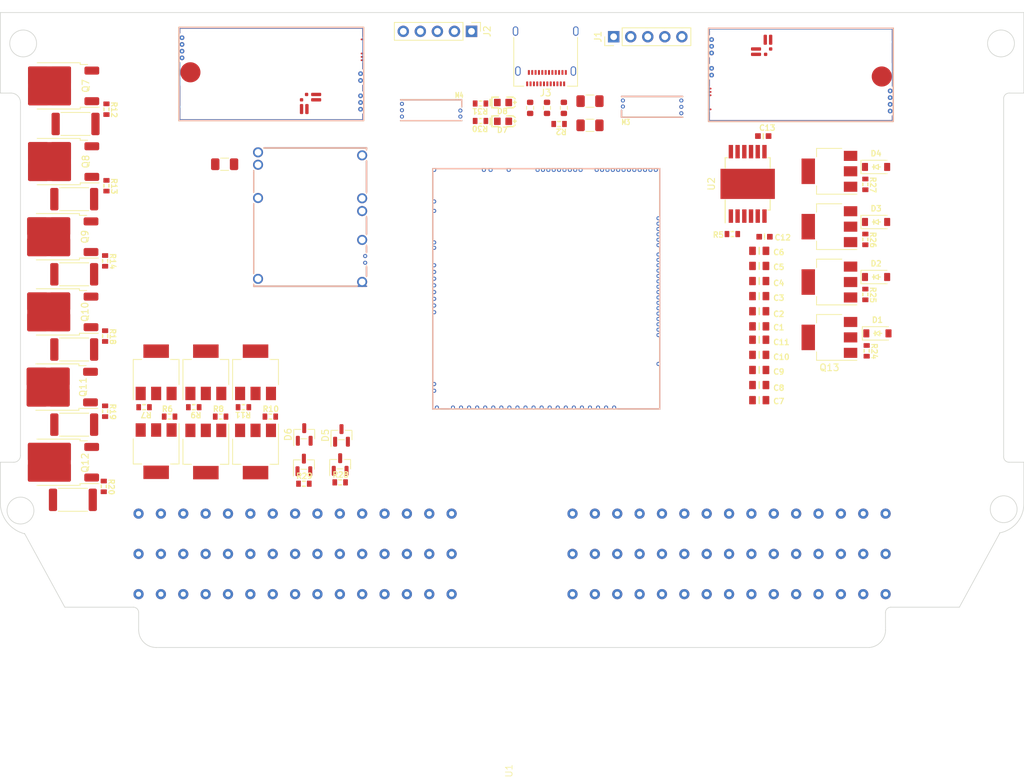
<source format=kicad_pcb>
(kicad_pcb (version 20221018) (generator pcbnew)
  (layers (0 "F.Cu" signal) (31 "B.Cu" signal) (34 "B.Paste" user) (35 "F.Paste" user) (36 "B.SilkS" user "B.Silkscreen") (37 "F.SilkS" user "F.Silkscreen") (38 "B.Mask" user) (39 "F.Mask" user) (44 "Edge.Cuts" user))
  (net 0 "")
  (net 1 "Net-(F1-Pad1)")
  (net 2 "Net-(M5-IN_VIGN)")
  (net 3 "+12V")
  (net 4 "/dbw/PWR")
  (net 5 "Net-(J1-Pin_1)")
  (net 6 "Net-(J1-Pin_2)")
  (net 7 "Net-(J1-Pin_3)")
  (net 8 "Net-(J1-Pin_4)")
  (net 9 "GND")
  (net 10 "/INJECTORS/IN1")
  (net 11 "/OUT_INJ1")
  (net 12 "/INJECTORS/IN2")
  (net 13 "/OUT_INJ2")
  (net 14 "/INJECTORS/IN3")
  (net 15 "/OUT_INJ3")
  (net 16 "/INJECTORS/IN4")
  (net 17 "/OUT_INJ4")
  (net 18 "/INJECTORS/IN5")
  (net 19 "/OUT_INJ5")
  (net 20 "/INJECTORS/IN6")
  (net 21 "/OUT_INJ6")
  (net 22 "Net-(Q7-G)")
  (net 23 "/OUT_IGN1")
  (net 24 "Net-(Q8-G)")
  (net 25 "/OUT_IGN2")
  (net 26 "Net-(Q9-G)")
  (net 27 "/OUT_IGN3")
  (net 28 "Net-(Q10-G)")
  (net 29 "/OUT_IGN4")
  (net 30 "Net-(Q11-G)")
  (net 31 "/OUT_IGN5")
  (net 32 "Net-(Q12-G)")
  (net 33 "/OUT_IGN6")
  (net 34 "/Low Side/IN1")
  (net 35 "/OUT_PR")
  (net 36 "/Low Side/IN2")
  (net 37 "/OUT_VLM")
  (net 38 "/Low Side/IN3")
  (net 39 "/OUT_CE")
  (net 40 "/Low Side/IN4")
  (net 41 "/OUT_RPM")
  (net 42 "Net-(R1-Pad2)")
  (net 43 "Net-(J3-CC1)")
  (net 44 "Net-(J3-CC2)")
  (net 45 "/IGN/IN1")
  (net 46 "/IGN/IN2")
  (net 47 "/IGN/IN3")
  (net 48 "/IGN/IN4")
  (net 49 "/IGN/IN5")
  (net 50 "/IGN/IN6")
  (net 51 "/DBW_DIR")
  (net 52 "+3.3V")
  (net 54 "/OUT_DBW -")
  (net 55 "/OUT_DBW+")
  (net 56 "/DBW_DIS")
  (net 57 "/DBW_PWM")
  (net 58 "+5VA")
  (net 65 "/ls2/IN2")
  (net 66 "/ls2/IN1")
  (net 67 "/VBUS")
  (net 68 "/USB-")
  (net 69 "/USB+")
  (net 81 "+3.3VA")
  (net 83 "/VBAT")
  (net 86 "/PWR_EN")
  (net 87 "+5V")
  (net 92 "/CLUTCH")
  (net 94 "/V_MAIN")
  (net 95 "Net-(M3-OUT_KNOCK)")
  (net 96 "/PPS2")
  (net 97 "/TPS2")
  (net 101 "/MAP")
  (net 102 "/CRANK")
  (net 103 "Net-(M4-OUT_KNOCK)")
  (net 104 "/CAM")
  (net 106 "/TPS1")
  (net 107 "/PPS1")
  (net 108 "/IAT")
  (net 109 "/CLT")
  (net 110 "Net-(M3-VREF)")
  (net 111 "GNDA")
  (net 114 "/CAN H")
  (net 115 "/CAN L")
  (net 119 "/WBO_Un_1")
  (net 120 "/WBO_Vm_1")
  (net 121 "/WBO_lp_1")
  (net 122 "/WBO_Rtrim_1")
  (net 123 "/WBO_Heater_1")
  (net 124 "Net-(M1-PULL_DOWN1)")
  (net 131 "/KNOCK2")
  (net 133 "/VIGN")
  (net 135 "+5VP")
  (net 136 "/WBO_Un_2")
  (net 137 "/WBO_Vm_2")
  (net 138 "/WBO_lp_2")
  (net 139 "/WBO_Rtrim_2")
  (net 140 "/WBO_Heater_2")
  (net 142 "Net-(M2-PULL_UP2)")
  (net 147 "Net-(J2-Pin_4)")
  (net 148 "Net-(J2-Pin_3)")
  (net 149 "Net-(J2-Pin_2)")
  (net 150 "Net-(J2-Pin_1)")
  (net 152 "/KNOCK1")
  (net 153 "/OUT_FAN")
  (net 155 "/OUT_MR")
  (net 157 "+12V_RAW")
  (net 161 "Net-(F2-Pad1)")
  (net 191 "Net-(D7-K)")
  (net 192 "Net-(D7-A)")
  (net 193 "Net-(D8-K)")
  (net 194 "Net-(D8-A)")
  (footprint "knock:knock" (layer "F.Cu") (at 127.6 57.499998 180)
    (fp_text reference "M4" (at 1.2 0.099998 unlocked) (layer "F.SilkS") (effects (font (size 0.8 0.6)) (justify left bottom)))
    (fp_text value "Module-knock-0.2" hide)
    (pad "E1" thru_hole circle (at 9 -2.6) (size 0.6 0.6) (drill 0.3) (layers "*.Cu" "*.Mask") (net 58 "+5VA"))
    (pad "E2" smd oval (at 0.1 -0.625) (size 0.2 1.225) (layers "F.Cu" "F.Paste" "F.Mask") (net 9 "GND"))
    (pad "E2" smd oval (at 0.1 -0.625) (size 0.2 1.225) (layers "B.Cu" "B.Paste" "B.Mask") (net 9 "GND"))
    (pad "E2" smd oval (at 4.65 -3.2 270) (size 0.2 9.3) (layers "F.Cu" "F.Paste" "F.Mask") (net 9 "GND"))
    (pad "E2" smd oval (at 4.65 -3.2 270) (size 0.2 9.3) (layers "B.Cu" "B.Paste" "B.Mask") (net 9 "GND"))
    (pad "E2" smd oval (at 4.65 -0.1 90) (size 0.2 9.3) (layers "F.Cu" "F.Paste" "F.Mask") (net 9 "GND"))
    (pad "E2" smd oval (at 4.65 -0.1 90) (size 0.2 9.3) (layers "B.Cu" "B.Paste" "B.Mask") (net 9 "GND"))
    (pad "E2" thru_hole circle (at 9 -1.65) (size 0.6 0.6) (drill 0.3) (layers "*.Cu" "*.Mask") (net 9 "GND"))
    (pad "E3" thru_hole circle (at 9 -0.700002) (size 0.6 0.6) (drill 0.3) (layers "*.Cu" "*.Mask") (net 103 "Net-(M4-OUT_KNOCK)"))
    (pad "W1" thru_hole circle (at 0.3 -1.7 180) (size 0.6 0.6) (drill 0.3) (layers "*.Cu" "*.Mask") (net 131 "/KNOCK2"))
    (pad "W2" thru_hole circle (at 0.3 -2.6 180) (size 0.6 0.6) (drill 0.3) (layers "*.Cu" "*.Mask") (net 110 "Net-(M3-VREF)"))
  )
  (footprint "Package_TO_SOT_SMD:SOT-223" (layer "F.Cu") (at 82 109.95 -90)
    (fp_text reference "Q1" hide)
    (fp_text value "ZXMS6005SGTA" hide)
    (pad "1" smd rect (at -3.15 -2.3 270) (size 2 1.5) (layers "F.Cu" "F.Paste" "F.Mask") (net 10 "/INJECTORS/IN1"))
    (pad "2" smd rect (at -3.15 0 270) (size 2 1.5) (layers "F.Cu" "F.Paste" "F.Mask") (net 11 "/OUT_INJ1"))
    (pad "3" smd rect (at -3.15 2.3 270) (size 2 1.5) (layers "F.Cu" "F.Paste" "F.Mask") (net 9 "GND"))
    (pad "4" smd rect (at 3.15 0 270) (size 2 3.8) (layers "F.Cu" "F.Paste" "F.Mask"))
  )
  (footprint "footprints:C0805" (layer "F.Cu") (at 171.8 100.1 180)
    (fp_text reference "C8" (at -2 -0.9 unlocked) (layer "F.SilkS") (effects (font (size 0.82 0.82) (thickness 0.17)) (justify left bottom)))
    (fp_text value "10u" hide)
    (pad "1" smd roundrect (at -1 0 180) (size 1 1.25) (layers "F.Cu" "F.Paste" "F.Mask") (roundrect_rratio 0.1) (net 9 "GND"))
    (pad "2" smd roundrect (at 1 0 180) (size 1 1.25) (layers "F.Cu" "F.Paste" "F.Mask") (roundrect_rratio 0.1) (net 4 "/dbw/PWR"))
  )
  (footprint "footprints:SOT-23" (layer "F.Cu") (at 109.6 107.6 90)
    (fp_text reference "D5" (at 0 -2.4 90) (layer "F.SilkS"))
    (fp_text value "PSM712-LF")
    (pad "1" smd roundrect (at -0.9375 -0.95 90) (size 1.475 0.6) (layers "F.Cu" "F.Paste" "F.Mask") (net 153 "/OUT_FAN"))
    (pad "2" smd roundrect (at 0.9375 0 90) (size 1.475 0.6) (layers "F.Cu" "F.Paste" "F.Mask") (net 9 "GND"))
    (pad "3" smd roundrect (at -0.9375 0.95 90) (size 1.475 0.6) (layers "F.Cu" "F.Paste" "F.Mask"))
  )
  (footprint "Resistor_SMD:R_2512_6332Metric" (layer "F.Cu") (at 69.8 106 180)
    (fp_text reference "R22" hide)
    (fp_text value "0")
    (pad "1" smd roundrect (at -2.9625 0 180) (size 1.225 3.35) (layers "F.Cu" "F.Paste" "F.Mask") (roundrect_rratio 0.204082) (net 49 "/IGN/IN5"))
    (pad "2" smd roundrect (at 2.9625 0 180) (size 1.225 3.35) (layers "F.Cu" "F.Paste" "F.Mask") (roundrect_rratio 0.204082) (net 31 "/OUT_IGN5"))
  )
  (footprint "footprints:R0603" (layer "F.Cu") (at 167.8 77.6)
    (fp_text reference "R5" (at -3 0.6 unlocked) (layer "F.SilkS") (effects (font (size 0.82 0.82) (thickness 0.17)) (justify left bottom)))
    (fp_text value "4.7k" hide)
    (pad "1" smd roundrect (at -0.8 0) (size 0.7 0.92) (layers "F.Cu" "F.Paste" "F.Mask") (roundrect_rratio 0.1) (net 56 "/DBW_DIS"))
    (pad "2" smd roundrect (at 0.8 0) (size 0.7 0.92) (layers "F.Cu" "F.Paste" "F.Mask") (roundrect_rratio 0.1) (net 52 "+3.3V"))
  )
  (footprint "footprints:SOT-23" (layer "F.Cu") (at 104.05 107.4625 90)
    (fp_text reference "D6" (at 0 -2.4 90) (layer "F.SilkS"))
    (fp_text value "PSM712-LF")
    (pad "1" smd roundrect (at -0.9375 -0.95 90) (size 1.475 0.6) (layers "F.Cu" "F.Paste" "F.Mask") (net 155 "/OUT_MR"))
    (pad "2" smd roundrect (at 0.9375 0 90) (size 1.475 0.6) (layers "F.Cu" "F.Paste" "F.Mask") (net 9 "GND"))
    (pad "3" smd roundrect (at -0.9375 0.95 90) (size 1.475 0.6) (layers "F.Cu" "F.Paste" "F.Mask"))
  )
  (footprint "Resistor_SMD:R_0603_1608Metric" (layer "F.Cu") (at 137.69 58.8 -90)
    (fp_text reference "R4" hide)
    (fp_text value "5.6k" hide)
    (pad "1" smd roundrect (at -0.825 0 270) (size 0.8 0.95) (layers "F.Cu" "F.Paste" "F.Mask") (net 9 "GND"))
    (pad "2" smd roundrect (at 0.825 0 270) (size 0.8 0.95) (layers "F.Cu" "F.Paste" "F.Mask") (net 44 "Net-(J3-CC2)"))
  )
  (footprint "footprints:LED-0603" (layer "F.Cu") (at 133.700001 60.749998)
    (fp_text reference "D7" (at -1.041324 1.82487 unlocked) (layer "F.SilkS") (effects (font (size 0.800001 0.800001) (thickness 0.17)) (justify left bottom)))
    (fp_text value "LED" hide)
    (pad "1" smd roundrect (at 0.799999 0.050002 180) (size 1.000001 1.1) (layers "F.Cu" "F.Paste" "F.Mask") (roundrect_rratio 0.1) (net 191 "Net-(D7-K)"))
    (pad "2" smd roundrect (at -0.900001 0.050002 180) (size 1.000001 1.1) (layers "F.Cu" "F.Paste" "F.Mask") (roundrect_rratio 0.1) (net 192 "Net-(D7-A)"))
  )
  (footprint "footprints:C0805" (layer "F.Cu") (at 171.8 91.35 180)
    (fp_text reference "C1" (at -2 -0.65 unlocked) (layer "F.SilkS") (effects (font (size 0.82 0.82) (thickness 0.17)) (justify left bottom)))
    (fp_text value "10u" hide)
    (pad "1" smd roundrect (at -1 0 180) (size 1 1.25) (layers "F.Cu" "F.Paste" "F.Mask") (roundrect_rratio 0.1) (net 9 "GND"))
    (pad "2" smd roundrect (at 1 0 180) (size 1 1.25) (layers "F.Cu" "F.Paste" "F.Mask") (roundrect_rratio 0.1) (net 4 "/dbw/PWR"))
  )
  (footprint "footprints:C0805" (layer "F.Cu") (at 171.8 82.35 180)
    (fp_text reference "C5" (at -2 -0.65 unlocked) (layer "F.SilkS") (effects (font (size 0.82 0.82) (thickness 0.17)) (justify left bottom)))
    (fp_text value "10u" hide)
    (pad "1" smd roundrect (at -1 0 180) (size 1 1.25) (layers "F.Cu" "F.Paste" "F.Mask") (roundrect_rratio 0.1) (net 9 "GND"))
    (pad "2" smd roundrect (at 1 0 180) (size 1 1.25) (layers "F.Cu" "F.Paste" "F.Mask") (roundrect_rratio 0.1) (net 4 "/dbw/PWR"))
  )
  (footprint "footprints:R0603" (layer "F.Cu") (at 74.4 104 -90)
    (fp_text reference "R19" (at -1.235559 -0.653823 -90 unlocked) (layer "F.SilkS") (effects (font (size 0.82 0.82) (thickness 0.17)) (justify left bottom)))
    (fp_text value "22" hide)
    (pad "1" smd roundrect (at -0.8 0 270) (size 0.7 0.92) (layers "F.Cu" "F.Paste" "F.Mask") (roundrect_rratio 0.1) (net 30 "Net-(Q11-G)"))
    (pad "2" smd roundrect (at 0.8 0 270) (size 0.7 0.92) (layers "F.Cu" "F.Paste" "F.Mask") (roundrect_rratio 0.1) (net 49 "/IGN/IN5"))
  )
  (footprint "0.3:mega-mcu100" (layer "F.Cu") (at 123.09999 103.74999)
    (fp_text reference "M6" hide)
    (fp_text value "Module:mega-mcu100/0.3" hide)
    (pad "E1" thru_hole circle (at 33.7 -6.8 270) (size 0.6 0.6) (drill 0.3) (layers "*.Cu") (net 58 "+5VA"))
    (pad "E2" thru_hole circle (at 33.70001 -11.1 270) (size 0.6 0.6) (drill 0.3) (layers "*.Cu"))
    (pad "E3" thru_hole circle (at 33.70001 -11.89999 180) (size 0.6 0.6) (drill 0.3) (layers "*.Cu"))
    (pad "E4" thru_hole circle (at 33.70001 -12.7 180) (size 0.6 0.6) (drill 0.3) (layers "*.Cu"))
    (pad "E5" thru_hole circle (at 33.70001 -13.5 270) (size 0.6 0.6) (drill 0.3) (layers "*.Cu") (net 133 "/VIGN"))
    (pad "E6" thru_hole circle (at 33.70001 -14.3) (size 0.6 0.6) (drill 0.3) (layers "*.Cu"))
    (pad "E7" thru_hole circle (at 33.70001 -15.1) (size 0.6 0.6) (drill 0.3) (layers "*.Cu"))
    (pad "E8" thru_hole circle (at 33.70001 -15.9) (size 0.6 0.6) (drill 0.3) (layers "*.Cu") (net 56 "/DBW_DIS"))
    (pad "E9" thru_hole circle (at 33.70001 -16.7) (size 0.6 0.6) (drill 0.3) (layers "*.Cu"))
    (pad "E10" thru_hole circle (at 33.70001 -17.5 180) (size 0.6 0.6) (drill 0.3) (layers "*.Cu") (net 38 "/Low Side/IN3"))
    (pad "E11" thru_hole circle (at 33.70001 -18.3 180) (size 0.6 0.6) (drill 0.3) (layers "*.Cu") (net 40 "/Low Side/IN4"))
    (pad "E12" thru_hole circle (at 33.70001 -19.1 180) (size 0.6 0.6) (drill 0.3) (layers "*.Cu") (net 20 "/INJECTORS/IN6"))
    (pad "E13" thru_hole circle (at 33.70001 -19.9 180) (size 0.6 0.6) (drill 0.3) (layers "*.Cu") (net 18 "/INJECTORS/IN5"))
    (pad "E14" thru_hole circle (at 33.70001 -20.7 180) (size 0.6 0.6) (drill 0.3) (layers "*.Cu") (net 16 "/INJECTORS/IN4"))
    (pad "E15" thru_hole circle (at 33.70001 -21.5 180) (size 0.6 0.6) (drill 0.3) (layers "*.Cu") (net 14 "/INJECTORS/IN3"))
    (pad "E16" thru_hole circle (at 33.7 -22.29999 270) (size 0.6 0.6) (drill 0.3) (layers "*.Cu") (net 12 "/INJECTORS/IN2"))
    (pad "E17" thru_hole circle (at 33.70001 -23.1 270) (size 0.6 0.6) (drill 0.3) (layers "*.Cu") (net 10 "/INJECTORS/IN1"))
    (pad "E18" thru_hole circle (at 33.70001 -24.5 270) (size 0.6 0.6) (drill 0.3) (layers "*.Cu") (net 36 "/Low Side/IN2"))
    (pad "E19" thru_hole circle (at 33.70001 -25.29999 270) (size 0.6 0.6) (drill 0.3) (layers "*.Cu") (net 34 "/Low Side/IN1"))
    (pad "E20" thru_hole circle (at 33.70001 -26.09999 270) (size 0.6 0.6) (drill 0.3) (layers "*.Cu") (net 57 "/DBW_PWM"))
    (pad "E21" thru_hole circle (at 33.70001 -26.89999 270) (size 0.6 0.6) (drill 0.3) (layers "*.Cu") (net 51 "/DBW_DIR"))
    (pad "E22" thru_hole circle (at 33.70001 -27.69999 270) (size 0.6 0.6) (drill 0.3) (layers "*.Cu") (net 65 "/ls2/IN2"))
    (pad "E23" thru_hole circle (at 33.70001 -28.5 180) (size 0.6 0.6) (drill 0.3) (layers "*.Cu") (net 66 "/ls2/IN1"))
    (pad "G" smd rect (at 0.1 -33.34999) (size 0.2 3.7) (layers "F.Cu") (net 9 "GND"))
    (pad "G" smd rect (at 0.1 -33.34999) (size 0.2 3.7) (layers "B.Cu") (net 9 "GND"))
    (pad "G" smd rect (at 0.1 -30.3) (size 0.2 0.4) (layers "F.Cu") (net 9 "GND"))
    (pad "G" smd rect (at 0.1 -30.3) (size 0.2 0.4) (layers "B.Cu") (net 9 "GND"))
    (pad "G" smd rect (at 0.1 -27.24999) (size 0.2 3.7) (layers "F.Cu") (net 9 "GND"))
    (pad "G" smd rect (at 0.1 -27.24999) (size 0.2 3.7) (layers "B.Cu") (net 9 "GND"))
    (pad "G" smd rect (at 0.1 -22.8) (size 0.2 1.6) (layers "F.Cu") (net 9 "GND"))
    (pad "G" smd rect (at 0.1 -22.8) (size 0.2 1.6) (layers "B.Cu") (net 9 "GND"))
    (pad "G" smd rect (at 0.1 -9.15) (size 0.2 9.7) (layers "F.Cu") (net 9 "GND"))
    (pad "G" smd rect (at 0.1 -9.15) (size 0.2 9.7) (layers "B.Cu") (net 9 "GND"))
    (pad "G" smd rect (at 0.1 -1.15) (size 0.2 2.3) (layers "F.Cu") (net 9 "GND"))
    (pad "G" smd rect (at 0.1 -1.15) (size 0.2 2.3) (layers "B.Cu") (net 9 "GND"))
    (pad "G" smd rect (at 1.90001 -0.09999 90) (size 0.2 1.4) (layers "F.Cu") (net 9 "GND"))
    (pad "G" smd rect (at 1.90001 -0.09999 90) (size 0.2 1.4) (layers "B.Cu") (net 9 "GND"))
    (pad "G" smd rect (at 4 -35.89999 270) (size 0.2 6.4) (layers "F.Cu") (net 9 "GND"))
    (pad "G" smd rect (at 4 -35.89999 270) (size 0.2 6.4) (layers "B.Cu") (net 9 "GND"))
    (pad "G" smd rect (at 10.05 -35.89999 270) (size 0.2 1.7) (layers "F.Cu") (net 9 "GND"))
    (pad "G" smd rect (at 10.05 -35.89999 270) (size 0.2 1.7) (layers "B.Cu") (net 9 "GND"))
    (pad "G" smd rect (at 13.55 -35.89999 270) (size 0.2 3.3) (layers "F.Cu") (net 9 "GND"))
    (pad "G" smd rect (at 13.55 -35.89999 270) (size 0.2 3.3) (layers "B.Cu") (net 9 "GND"))
    (pad "G" smd rect (at 23.3 -35.89999 270) (size 0.2 1.4) (layers "F.Cu") (net 9 "GND"))
    (pad "G" smd rect (at 23.3 -35.89999 270) (size 0.2 1.4) (layers "B.Cu") (net 9 "GND"))
    (pad "G" smd rect (at 30.8 -0.09999 90) (size 0.2 6.4) (layers "F.Cu") (net 9 "GND"))
    (pad "G" smd rect (at 30.8 -0.09999 90) (size 0.2 6.4) (layers "B.Cu") (net 9 "GND"))
    (pad "G" smd rect (at 33.90001 -32.50001 180) (size 0.2 7) (layers "F.Cu") (net 9 "GND"))
    (pad "G" smd rect (at 33.90001 -32.50001 180) (size 0.2 7) (layers "B.Cu") (net 9 "GND"))
    (pad "G" smd rect (at 33.90001 -23.79999 180) (size 0.2 0.4) (layers "F.Cu") (net 9 "GND"))
    (pad "G" smd rect (at 33.90001 -23.79999 180) (size 0.2 0.4) (layers "B.Cu") (net 9 "GND"))
    (pad "G" smd rect (at 33.90001 -8.94999 180) (size 0.2 3.3) (layers "F.Cu") (net 9 "GND"))
    (pad "G" smd rect (at 33.90001 -8.94999 180) (size 0.2 3.3) (layers "B.Cu") (net 9 "GND"))
    (pad "G" smd rect (at 33.90001 -3.14999 180) (size 0.2 6.3) (layers "F.Cu") (net 9 "GND"))
    (pad "G" smd rect (at 33.90001 -3.14999 180) (size 0.2 6.3) (layers "B.Cu") (net 9 "GND"))
    (pad "N1" thru_hole circle (at 33.30001 -35.7 270) (size 0.6 0.6) (drill 0.3) (layers "*.Cu") (net 67 "/VBUS"))
    (pad "N2" thru_hole circle (at 32.50001 -35.7 270) (size 0.6 0.6) (drill 0.3) (layers "*.Cu") (net 68 "/USB-"))
    (pad "N3" thru_hole circle (at 31.70001 -35.7 270) (size 0.6 0.6) (drill 0.3) (layers "*.Cu") (net 69 "/USB+"))
    (pad "N4" thru_hole circle (at 30.9 -35.7 270) (size 0.6 0.6) (drill 0.3) (layers "*.Cu"))
    (pad "N5" thru_hole circle (at 30.10001 -35.7 270) (size 0.6 0.6) (drill 0.3) (layers "*.Cu"))
    (pad "N6" thru_hole circle (at 29.30001 -35.7 270) (size 0.6 0.6) (drill 0.3) (layers "*.Cu"))
    (pad "N7" thru_hole circle (at 28.50001 -35.7 90) (size 0.6 0.6) (drill 0.3) (layers "*.Cu"))
    (pad "N8" thru_hole circle (at 27.7 -35.7 270) (size 0.6 0.6) (drill 0.3) (layers "*.Cu"))
    (pad "N9" thru_hole circle (at 26.90001 -35.69999 90) (size 0.6 0.6) (drill 0.3) (layers "*.Cu"))
    (pad "N10" thru_hole circle (at 26.10001 -35.69999 90) (size 0.6 0.6) (drill 0.3) (layers "*.Cu"))
    (pad "N11" thru_hole circle (at 25.30001 -35.69999 90) (size 0.6 0.6) (drill 0.3) (layers "*.Cu"))
    (pad "N12" thru_hole circle (at 24.50001 -35.69999 90) (size 0.6 0.6) (drill 0.3) (layers "*.Cu"))
    (pad "N13" thru_hole circle (at 22.1 -35.69999 270) (size 0.6 0.6) (drill 0.3) (layers "*.Cu"))
    (pad "N14" thru_hole circle (at 21.3 -35.69999 270) (size 0.6 0.6) (drill 0.3) (layers "*.Cu"))
    (pad "N14a" thru_hole circle (at 20.50001 -35.7 270) (size 0.6 0.6) (drill 0.3) (layers "*.Cu") (net 193 "Net-(D8-K)"))
    (pad "N14b" thru_hole circle (at 19.7 -35.7 270) (size 0.6 0.6) (drill 0.3) (layers "*.Cu") (net 191 "Net-(D7-K)"))
    (pad "N15" thru_hole circle (at 18.9 -35.7 270) (size 0.6 0.6) (drill 0.3) (layers "*.Cu") (net 81 "+3.3VA"))
    (pad "N16" thru_hole circle (at 18.1 -35.7 90) (size 0.6 0.6) (drill 0.3) (layers "*.Cu"))
    (pad "N17" thru_hole circle (at 17.3 -35.7 270) (size 0.6 0.6) (drill 0.3) (layers "*.Cu") (net 83 "/VBAT"))
    (pad "N18" thru_hole circle (at 16.5 -35.69999 270) (size 0.6 0.6) (drill 0.3) (layers "*.Cu"))
    (pad "N19" thru_hole circle (at 15.7 -35.69999 270) (size 0.6 0.6) (drill 0.3) (layers "*.Cu"))
    (pad "N20" thru_hole circle (at 11.4 -35.69999 270) (size 0.6 0.6) (drill 0.3) (layers "*.Cu") (net 86 "/PWR_EN"))
    (pad "N21" thru_hole circle (at 8.7 -35.69999 270) (size 0.6 0.6) (drill 0.3) (layers "*.Cu") (net 52 "+3.3V"))
    (pad "N22" thru_hole circle (at 7.70001 -35.69999 270) (size 0.6 0.6) (drill 0.3) (layers "*.Cu") (net 87 "+5V"))
    (pad "N23" thru_hole circle (at 0.3 -35.69999 270) (size 0.6 0.6) (drill 0.3) (layers "*.Cu"))
    (pad "S1" thru_hole circle (at 27.10002 -0.29999 270) (size 0.6 0.6) (drill 0.3) (layers "*.Cu"))
    (pad "S2" thru_hole circle (at 25.90001 -0.29999 270) (size 0.6 0.6) (drill 0.3) (layers "*.Cu"))
    (pad "S3" thru_hole circle (at 24.70001 -0.29999 270) (size 0.6 0.6) (drill 0.3) (layers "*.Cu"))
    (pad "S4" thru_hole circle (at 23.50001 -0.29999 270) (size 0.6 0.6) (drill 0.3) (layers "*.Cu") (net 92 "/CLUTCH"))
    (pad "S5" thru_hole circle (at 22.30001 -0.29999 270) (size 0.6 0.6) (drill 0.3) (layers "*.Cu"))
    (pad "S6" thru_hole circle (at 21.10001 -0.29999 270) (size 0.6 0.6) (drill 0.3) (layers "*.Cu") (net 94 "/V_MAIN"))
    (pad "S7" thru_hole circle (at 19.90001 -0.29999 270) (size 0.6 0.6) (drill 0.3) (layers "*.Cu") (net 95 "Net-(M3-OUT_KNOCK)"))
    (pad "S8" thru_hole circle (at 18.70001 -0.29999 270) (size 0.6 0.6) (drill 0.3) (layers "*.Cu") (net 96 "/PPS2"))
    (pad "S9" thru_hole circle (at 17.50001 -0.29999 270) (size 0.6 0.6) (drill 0.3) (layers "*.Cu") (net 97 "/TPS2"))
    (pad "S10" thru_hole circle (at 16.30001 -0.29999 270) (size 0.6 0.6) (drill 0.3) (layers "*.Cu"))
    (pad "S11" thru_hole circle (at 15.10001 -0.29999 270) (size 0.6 0.6) (drill 0.3) (layers "*.Cu"))
    (pad "S12" thru_hole circle (at 13.90001 -0.29999 270) (size 0.6 0.6) (drill 0.3) (layers "*.Cu"))
    (pad "S13" thru_hole circle (at 12.70001 -0.29999 270) (size 0.6 0.6) (drill 0.3) (layers "*.Cu") (net 101 "/MAP"))
    (pad "S14" thru_hole circle (at 11.50001 -0.29999 270) (size 0.6 0.6) (drill 0.3) (layers "*.Cu") (net 102 "/CRANK"))
    (pad "S15" thru_hole circle (at 10.30001 -0.29999 270) (size 0.6 0.6) (drill 0.3) (layers "*.Cu") (net 103 "Net-(M4-OUT_KNOCK)"))
    (pad "S16" thru_hole circle (at 9.10001 -0.29999 270) (size 0.6 0.6) (drill 0.3) (layers "*.Cu") (net 104 "/CAM"))
    (pad "S17" thru_hole circle (at 7.90001 -0.29999 270) (size 0.6 0.6) (drill 0.3) (layers "*.Cu"))
    (pad "S18" thru_hole circle (at 6.7 -0.29999 270) (size 0.6 0.6) (drill 0.3) (layers "*.Cu") (net 106 "/TPS1"))
    (pad "S19" thru_hole circle (at 5.5 -0.29999 270) (size 0.6 0.6) (drill 0.3) (layers "*.Cu") (net 107 "/PPS1"))
    (pad "S20" thru_hole circle (at 4.3 -0.29999 270) (size 0.6 0.6) (drill 0.3) (layers "*.Cu") (net 108 "/IAT"))
    (pad "S21" thru_hole circle (at 3.1 -0.29999 270) (size 0.6 0.6) (drill 0.3) (layers "*.Cu") (net 109 "/CLT"))
    (pad "S22" thru_hole circle (at 0.7 -0.29999 270) (size 0.6 0.6) (drill 0.3) (layers "*.Cu") (net 110 "Net-(M3-VREF)"))
    (pad "W1" thru_hole circle (at 0.3 -2.8 180) (size 0.6 0.6) (drill 0.3) (layers "*.Cu") (net 111 "GNDA"))
    (pad "W2" thru_hole circle (at 0.3 -3.8 270) (size 0.6 0.6) (drill 0.3) (layers "*.Cu") (net 58 "+5VA"))
    (pad "W3" thru_hole circle (at 0.3 -14.49999 180) (size 0.6 0.6) (drill 0.3) (layers "*.Cu"))
    (pad "W4" thru_hole circle (at 0.3 -15.5 180) (size 0.6 0.6) (drill 0.3) (layers "*.Cu"))
    (pad "W5" thru_hole circle (at 0.3 -16.49999 180) (size 0.6 0.6) (drill 0.3) (layers "*.Cu") (net 50 "/IGN/IN6"))
    (pad "W6" thru_hole circle (at 0.3 -17.49999 180) (size 0.6 0.6) (drill 0.3) (layers "*.Cu") (net 49 "/IGN/IN5"))
    (pad "W7" thru_hole circle (at 0.3 -18.49999 180) (size 0.6 0.6) (drill 0.3) (layers "*.Cu") (net 48 "/IGN/IN4"))
    (pad "W8" thru_hole circle (at 0.3 -19.49999 180) (size 0.6 0.6) (drill 0.3) (layers "*.Cu") (net 47 "/IGN/IN3"))
    (pad "W9" thru_hole circle (at 0.3 -20.49999 180) (size 0.6 0.6) (drill 0.3) (layers "*.Cu") (net 46 "/IGN/IN2"))
    (pad "W10" thru_hole circle (at 0.3 -21.49999 180) (size 0.6 0.6) (drill 0.3) (layers "*.Cu") (net 45 "/IGN/IN1"))
    (pad "W11" thru_hole circle (at 0.3 -24.09999 270) (size 0.6 0.6) (drill 0.3) (layers "*.Cu") (net 114 "/CAN H"))
    (pad "W12" thru_hole circle (at 0.3 -24.89999 270) (size 0.6 0.6) (drill 0.3) (layers "*.Cu") (net 115 "/CAN L"))
    (pad "W13" thru_hole circle (at 0.3 -29.6 180) (size 0.6 0.6) (drill 0.3) (layers "*.Cu"))
    (pad "W14" thru_hole circle (at 0.3 -30.99999 270) (size 0.6 0.6) (drill 0.3) (layers "*.Cu"))
  )
  (footprint "Resistor_SMD:R_2512_6332Metric" (layer "F.Cu") (at 69.8 83.6 180)
    (fp_text reference "R17" hide)
    (fp_text value "0")
    (pad "1" smd roundrect (at -2.9625 0 180) (size 1.225 3.35) (layers "F.Cu" "F.Paste" "F.Mask") (roundrect_rratio 0.204082) (net 47 "/IGN/IN3"))
    (pad "2" smd roundrect (at 2.9625 0 180) (size 1.225 3.35) (layers "F.Cu" "F.Paste" "F.Mask") (roundrect_rratio 0.204082) (net 27 "/OUT_IGN3"))
  )
  (footprint "footprints:R0603" (layer "F.Cu") (at 91.6 104.8)
    (fp_text reference "R8" (at -1.235559 -0.653823 unlocked) (layer "F.SilkS") (effects (font (size 0.82 0.82) (thickness 0.17)) (justify left bottom)))
    (fp_text value "4.7k" hide)
    (pad "1" smd roundrect (at -0.8 0) (size 0.7 0.92) (layers "F.Cu" "F.Paste" "F.Mask") (roundrect_rratio 0.1) (net 9 "GND"))
    (pad "2" smd roundrect (at 0.8 0) (size 0.7 0.92) (layers "F.Cu" "F.Paste" "F.Mask") (roundrect_rratio 0.1) (net 14 "/INJECTORS/IN3"))
  )
  (footprint "footprints:C0805" (layer "F.Cu") (at 171.8 93.35 180)
    (fp_text reference "C11" (at -2 -0.85 unlocked) (layer "F.SilkS") (effects (font (size 0.82 0.82) (thickness 0.17)) (justify left bottom)))
    (fp_text value "100n" hide)
    (pad "1" smd roundrect (at -1 0 180) (size 1 1.25) (layers "F.Cu" "F.Paste" "F.Mask") (roundrect_rratio 0.1) (net 9 "GND"))
    (pad "2" smd roundrect (at 1 0 180) (size 1 1.25) (layers "F.Cu" "F.Paste" "F.Mask") (roundrect_rratio 0.1) (net 4 "/dbw/PWR"))
  )
  (footprint "Resistor_SMD:R_2512_6332Metric" (layer "F.Cu") (at 69.6 117.2 180)
    (fp_text reference "R23" hide)
    (fp_text value "0")
    (pad "1" smd roundrect (at -2.9625 0 180) (size 1.225 3.35) (layers "F.Cu" "F.Paste" "F.Mask") (roundrect_rratio 0.204082) (net 50 "/IGN/IN6"))
    (pad "2" smd roundrect (at 2.9625 0 180) (size 1.225 3.35) (layers "F.Cu" "F.Paste" "F.Mask") (roundrect_rratio 0.204082) (net 33 "/OUT_IGN6"))
  )
  (footprint "0.5:wbo" (layer "F.Cu") (at 113 46.7 180)
    (fp_text reference "M2" hide)
    (fp_text value "Module-wbo-0.5" hide)
    (pad "E1" thru_hole circle (at 27.15 -1.65 270) (size 0.7 0.7) (drill 0.3) (layers "*.Cu") (net 136 "/WBO_Un_2"))
    (pad "E2" thru_hole circle (at 27.15 -4.65 270) (size 0.7 0.7) (drill 0.3) (layers "*.Cu") (net 137 "/WBO_Vm_2"))
    (pad "E3" thru_hole circle (at 27.15 -3.65 270) (size 0.7 0.7) (drill 0.3) (layers "*.Cu") (net 138 "/WBO_lp_2"))
    (pad "E4" thru_hole circle (at 27.15 -2.65 270) (size 0.7 0.7) (drill 0.3) (layers "*.Cu") (net 139 "/WBO_Rtrim_2"))
    (pad "E5" smd circle (at 25.9 -6.8 180) (size 3 3) (layers "F.Cu") (net 140 "/WBO_Heater_2"))
    (pad "E6" smd rect (at 27.525 -10.3 180) (size 0.25 3) (layers "F.Cu") (net 9 "GND"))
    (pad "G" smd rect (at 0.175 -13.5 180) (size 0.25 1.1) (layers "F.Cu") (net 9 "GND"))
    (pad "G" smd rect (at 0.175 -13.5 180) (size 0.25 1.1) (layers "B.Cu") (net 9 "GND"))
    (pad "G" smd rect (at 0.175 -9.16 180) (size 0.25 0.98) (layers "F.Cu") (net 9 "GND"))
    (pad "G" smd rect (at 0.175 -9.16 180) (size 0.25 0.98) (layers "B.Cu") (net 9 "GND"))
    (pad "G" smd rect (at 0.175 -5.86 180) (size 0.25 0.98) (layers "F.Cu") (net 9 "GND"))
    (pad "G" smd rect (at 0.175 -3.2 180) (size 0.25 6.3) (layers "B.Cu") (net 9 "GND"))
    (pad "G" smd rect (at 0.175 -0.775 180) (size 0.25 1.45) (layers "F.Cu") (net 9 "GND"))
    (pad "G" smd rect (at 13.85 -13.925 270) (size 0.25 27.6) (layers "F.Cu") (net 9 "GND"))
    (pad "G" smd rect (at 13.85 -13.925 270) (size 0.25 27.6) (layers "B.Cu") (net 9 "GND"))
    (pad "G" smd rect (at 13.85 -0.175 270) (size 0.25 27.6) (layers "F.Cu") (net 9 "GND"))
    (pad "G" smd rect (at 13.85 -0.175 270) (size 0.25 27.6) (layers "B.Cu") (net 9 "GND"))
    (pad "G" smd rect (at 27.525 -13.075 180) (size 0.25 1.95) (layers "F.Cu") (net 9 "GND"))
    (pad "G" smd rect (at 27.525 -9.675 180) (size 0.25 8.75) (layers "B.Cu") (net 9 "GND"))
    (pad "G" smd rect (at 27.525 -0.525 180) (size 0.25 0.95) (layers "F.Cu") (net 9 "GND"))
    (pad "G" smd rect (at 27.525 -0.525 180) (size 0.25 0.95) (layers "B.Cu") (net 9 "GND"))
    (pad "J1" smd roundrect (at 9.35 -12.275) (size 0.5 1.5) (layers "F.Cu"))
    (pad "J2" smd roundrect (at 7.175 -10.1) (size 1.5 0.5) (layers "F.Cu") (net 142 "Net-(M2-PULL_UP2)"))
    (pad "J_GND1" smd roundrect (at 8.55 -12.275) (size 0.5 1.5) (layers "F.Cu"))
    (pad "J_GND2" smd roundrect (at 8.6 -10.1 90) (size 0.5 0.5) (layers "F.Cu"))
    (pad "J_VCC1" smd roundrect (at 9.35 -10.9) (size 0.5 0.5) (layers "F.Cu"))
    (pad "J_VCC2" smd roundrect (at 7.175 -10.9) (size 1.5 0.5) (layers "F.Cu") (net 142 "Net-(M2-PULL_UP2)"))
    (pad "W1" thru_hole circle (at 0.5588 -11.3 270) (size 0.7 0.7) (drill 0.3) (layers "*.Cu") (net 58 "+5VA"))
    (pad "W2" thru_hole circle (at 0.5588 -10.3 270) (size 0.7 0.7) (drill 0.3) (layers "*.Cu"))
    (pad "W3" thru_hole circle (at 0.5588 -7.004 270) (size 0.7 0.7) (drill 0.3) (layers "*.Cu") (net 115 "/CAN L"))
    (pad "W4" thru_hole circle (at 0.5588 -8.02 270) (size 0.7 0.7) (drill 0.3) (layers "*.Cu") (net 114 "/CAN H"))
    (pad "W5" smd roundrect (at 0.3 -5 180) (size 0.5 0.25) (layers "F.Cu") (roundrect_rratio 0.5) (net 147 "Net-(J2-Pin_4)"))
    (pad "W6" smd roundrect (at 0.3 -4.5 180) (size 0.5 0.25) (layers "F.Cu") (roundrect_rratio 0.5) (net 148 "Net-(J2-Pin_3)"))
    (pad "W7" smd roundrect (at 0.3 -4 180) (size 0.5 0.25) (layers "F.Cu") (roundrect_rratio 0.5) (net 149 "Net-(J2-Pin_2)"))
    (pad "W8" smd roundrect (at 0.3 -1.9 180) (size 0.5 0.25) (layers "F.Cu") (roundrect_rratio 0.5) (net 150 "Net-(J2-Pin_1)"))
    (pad "W9" thru_hole circle (at 0.5588 -12.3 270) (size 0.7 0.7) (drill 0.3) (layers "*.Cu"))
  )
  (footprint "Resistor_SMD:R_2512_6332Metric" (layer "F.Cu") (at 69.8 72.4 180)
    (fp_text reference "R16" hide)
    (fp_text value "0")
    (pad "1" smd roundrect (at -2.9625 0 180) (size 1.225 3.35) (layers "F.Cu" "F.Paste" "F.Mask") (roundrect_rratio 0.204082) (net 46 "/IGN/IN2"))
    (pad "2" smd roundrect (at 2.9625 0 180) (size 1.225 3.35) (layers "F.Cu" "F.Paste" "F.Mask") (roundrect_rratio 0.204082) (net 25 "/OUT_IGN2"))
  )
  (footprint "Package_TO_SOT_SMD:SOT-223" (layer "F.Cu") (at 89.4 98.2 90)
    (fp_text reference "Q4" hide)
    (fp_text value "ZXMS6005SGTA" hide)
    (pad "1" smd rect (at -3.15 -2.3 90) (size 2 1.5) (layers "F.Cu" "F.Paste" "F.Mask") (net 16 "/INJECTORS/IN4"))
    (pad "2" smd rect (at -3.15 0 90) (size 2 1.5) (layers "F.Cu" "F.Paste" "F.Mask") (net 17 "/OUT_INJ4"))
    (pad "3" smd rect (at -3.15 2.3 90) (size 2 1.5) (layers "F.Cu" "F.Paste" "F.Mask") (net 9 "GND"))
    (pad "4" smd rect (at 3.15 0 90) (size 2 3.8) (layers "F.Cu" "F.Paste" "F.Mask"))
  )
  (footprint "footprints:C0805" (layer "F.Cu") (at 171.8 86.85 180)
    (fp_text reference "C3" (at -2 -0.75 unlocked) (layer "F.SilkS") (effects (font (size 0.82 0.82) (thickness 0.17)) (justify left bottom)))
    (fp_text value "10u" hide)
    (pad "1" smd roundrect (at -1 0 180) (size 1 1.25) (layers "F.Cu" "F.Paste" "F.Mask") (roundrect_rratio 0.1) (net 9 "GND"))
    (pad "2" smd roundrect (at 1 0 180) (size 1 1.25) (layers "F.Cu" "F.Paste" "F.Mask") (roundrect_rratio 0.1) (net 4 "/dbw/PWR"))
  )
  (footprint "Package_TO_SOT_SMD:SOT-223" (layer "F.Cu") (at 96.8 110 -90)
    (fp_text reference "Q5" hide)
    (fp_text value "ZXMS6005SGTA" hide)
    (pad "1" smd rect (at -3.15 -2.3 270) (size 2 1.5) (layers "F.Cu" "F.Paste" "F.Mask") (net 18 "/INJECTORS/IN5"))
    (pad "2" smd rect (at -3.15 0 270) (size 2 1.5) (layers "F.Cu" "F.Paste" "F.Mask") (net 19 "/OUT_INJ5"))
    (pad "3" smd rect (at -3.15 2.3 270) (size 2 1.5) (layers "F.Cu" "F.Paste" "F.Mask") (net 9 "GND"))
    (pad "4" smd rect (at 3.15 0 270) (size 2 3.8) (layers "F.Cu" "F.Paste" "F.Mask"))
  )
  (footprint "footprints:C0805" (layer "F.Cu") (at 171.8 89.1 180)
    (fp_text reference "C2" (at -2 -0.9 unlocked) (layer "F.SilkS") (effects (font (size 0.82 0.82) (thickness 0.17)) (justify left bottom)))
    (fp_text value "10u" hide)
    (pad "1" smd roundrect (at -1 0 180) (size 1 1.25) (layers "F.Cu" "F.Paste" "F.Mask") (roundrect_rratio 0.1) (net 9 "GND"))
    (pad "2" smd roundrect (at 1 0 180) (size 1 1.25) (layers "F.Cu" "F.Paste" "F.Mask") (roundrect_rratio 0.1) (net 4 "/dbw/PWR"))
  )
  (footprint "footprints:R0603" (layer "F.Cu") (at 74.6 59 -90)
    (fp_text reference "R12" (at -1.235559 -0.653823 -90 unlocked) (layer "F.SilkS") (effects (font (size 0.82 0.82) (thickness 0.17)) (justify left bottom)))
    (fp_text value "22" hide)
    (pad "1" smd roundrect (at -0.8 0 270) (size 0.7 0.92) (layers "F.Cu" "F.Paste" "F.Mask") (roundrect_rratio 0.1) (net 22 "Net-(Q7-G)"))
    (pad "2" smd roundrect (at 0.8 0 270) (size 0.7 0.92) (layers "F.Cu" "F.Paste" "F.Mask") (roundrect_rratio 0.1) (net 45 "/IGN/IN1"))
  )
  (footprint "Package_TO_SOT_SMD:SOT-223" (layer "F.Cu") (at 96.8 98.2 90)
    (fp_text reference "Q6" hide)
    (fp_text value "ZXMS6005SGTA" hide)
    (pad "1" smd rect (at -3.15 -2.3 90) (size 2 1.5) (layers "F.Cu" "F.Paste" "F.Mask") (net 20 "/INJECTORS/IN6"))
    (pad "2" smd rect (at -3.15 0 90) (size 2 1.5) (layers "F.Cu" "F.Paste" "F.Mask") (net 21 "/OUT_INJ6"))
    (pad "3" smd rect (at -3.15 2.3 90) (size 2 1.5) (layers "F.Cu" "F.Paste" "F.Mask") (net 9 "GND"))
    (pad "4" smd rect (at 3.15 0 90) (size 2 3.8) (layers "F.Cu" "F.Paste" "F.Mask"))
  )
  (footprint "footprints:SOT-23" (layer "F.Cu") (at 104 112 90)
    (fp_text reference "Q18" hide)
    (fp_text value "AO3400A" hide)
    (pad "1" smd roundrect (at -0.9375 -0.95 90) (size 1.475 0.6) (layers "F.Cu" "F.Paste" "F.Mask") (net 65 "/ls2/IN2"))
    (pad "2" smd roundrect (at 0.9375 0 90) (size 1.475 0.6) (layers "F.Cu" "F.Paste" "F.Mask") (net 155 "/OUT_MR"))
    (pad "3" smd roundrect (at -0.9375 0.95 90) (size 1.475 0.6) (layers "F.Cu" "F.Paste" "F.Mask") (net 9 "GND"))
  )
  (footprint "Package_TO_SOT_SMD:TO-252-2" (layer "F.Cu") (at 67.26 78 180)
    (fp_text reference "Q9" (at -4.14 0 90) (layer "F.SilkS"))
    (fp_text value "ISL9V3040D3S" hide)
    (pad "1" smd roundrect (at -5.04 -2.28 180) (size 2.2 1.2) (layers "F.Cu" "F.Paste" "F.Mask") (roundrect_rratio 0.208333) (net 26 "Net-(Q9-G)"))
    (pad "2" smd roundrect (at -0.415 -1.525 180) (size 3.05 2.75) (layers "F.Cu" "F.Paste") (roundrect_rratio 0.090909) (net 27 "/OUT_IGN3"))
    (pad "2" smd roundrect (at -0.415 1.525 180) (size 3.05 2.75) (layers "F.Cu" "F.Paste") (roundrect_rratio 0.090909) (net 27 "/OUT_IGN3"))
    (pad "2" smd roundrect (at 1.26 0 180) (size 6.4 5.8) (layers "F.Cu" "F.Mask") (roundrect_rratio 0.043103) (net 27 "/OUT_IGN3"))
    (pad "2" smd roundrect (at 2.935 -1.525 180) (size 3.05 2.75) (layers "F.Cu" "F.Paste") (roundrect_rratio 0.090909) (net 27 "/OUT_IGN3"))
    (pad "2" smd roundrect (at 2.935 1.525 180) (size 3.05 2.75) (layers "F.Cu" "F.Paste") (roundrect_rratio 0.090909) (net 27 "/OUT_IGN3"))
    (pad "3" smd roundrect (at -5.04 2.28 180) (size 2.2 1.2) (layers "F.Cu" "F.Paste" "F.Mask") (roundrect_rratio 0.208333) (net 9 "GND"))
  )
  (footprint "Connector_USB:USB_C_Receptacle_Amphenol_12401610E4-2A" (layer "F.Cu") (at 140 50.2 180)
    (fp_text reference "J3" (at 0 -6.36) (layer "F.SilkS"))
    (fp_text value "USB_C_Receptacle_USB2.0")
    (pad "" np_thru_hole circle (at -3.6 -4.36 180) (size 0.65 0.65) (drill 0.65) (layers "*.Cu" "*.Mask"))
    (pad "" np_thru_hole oval (at 3.6 -4.36 180) (size 0.95 0.65) (drill oval 0.95 0.65) (layers "*.Cu" "*.Mask"))
    (pad "A1" smd rect (at -2.75 -5.02 180) (size 0.3 0.7) (layers "F.Cu" "F.Paste" "F.Mask") (net 9 "GND"))
    (pad "A2" smd rect (at -2.25 -5.02 180) (size 0.3 0.7) (layers "F.Cu" "F.Paste" "F.Mask"))
    (pad "A3" smd rect (at -1.75 -5.02 180) (size 0.3 0.7) (layers "F.Cu" "F.Paste" "F.Mask"))
    (pad "A4" smd rect (at -1.25 -5.02 180) (size 0.3 0.7) (layers "F.Cu" "F.Paste" "F.Mask") (net 67 "/VBUS"))
    (pad "A5" smd rect (at -0.75 -5.02 180) (size 0.3 0.7) (layers "F.Cu" "F.Paste" "F.Mask") (net 43 "Net-(J3-CC1)"))
    (pad "A6" smd rect (at -0.25 -5.02 180) (size 0.3 0.7) (layers "F.Cu" "F.Paste" "F.Mask") (net 69 "/USB+"))
    (pad "A7" smd rect (at 0.25 -5.02 180) (size 0.3 0.7) (layers "F.Cu" "F.Paste" "F.Mask") (net 68 "/USB-"))
    (pad "A8" smd rect (at 0.75 -5.02 180) (size 0.3 0.7) (layers "F.Cu" "F.Paste" "F.Mask"))
    (pad "A9" smd rect (at 1.25 -5.02 180) (size 0.3 0.7) (layers "F.Cu" "F.Paste" "F.Mask") (net 67 "/VBUS"))
    (pad "A10" smd rect (at 1.75 -5.02 180) (size 0.3 0.7) (layers "F.Cu" "F.Paste" "F.Mask"))
    (pad "A11" smd rect (at 2.25 -5.02 180) (size 0.3 0.7) (layers "F.Cu" "F.Paste" "F.Mask"))
    (pad "A12" smd rect (at 2.75 -5.02 180) (size 0.3 0.7) (layers "F.Cu" "F.Paste" "F.Mask") (net 9 "GND"))
    (pad "B1" smd rect (at 2.5 -3.32 180) (size 0.3 0.7) (layers "F.Cu" "F.Paste" "F.Mask") (net 9 "GND"))
    (pad "B2" smd rect (at 2 -3.32 180) (size 0.3 0.7) (layers "F.Cu" "F.Paste" "F.Mask"))
    (pad "B3" smd rect (at 1.5 -3.32 180) (size 0.3 0.7) (layers "F.Cu" "F.Paste" "F.Mask"))
    (pad "B4" smd rect (at 1 -3.32 180) (size 0.3 0.7) (layers "F.Cu" "F.Paste" "F.Mask") (net 67 "/VBUS"))
    (pad "B5" smd rect (at 0.5 -3.32 180) (size 0.3 0.7) (layers "F.Cu" "F.Paste" "F.Mask") (net 44 "Net-(J3-CC2)"))
    (pad "B6" smd rect (at 0 -3.32 180) (size 0.3 0.7) (layers "F.Cu" "F.Paste" "F.Mask") (net 69 "/USB+"))
    (pad "B7" smd rect (at -0.5 -3.32 180) (size 0.3 0.7) (layers "F.Cu" "F.Paste" "F.Mask") (net 68 "/USB-"))
    (pad "B8" smd rect (at -1 -3.32 180) (size 0.3 0.7) (layers "F.Cu" "F.Paste" "F.Mask"))
    (pad "B9" smd rect (at -1.5 -3.32 180) (size 0.3 0.7) (layers "F.Cu" "F.Paste" "F.Mask") (net 67 "/VBUS"))
    (pad "B10" smd rect (at -2 -3.32 180) (size 0.3 0.7) (layers "F.Cu" "F.Paste" "F.Mask"))
    (pad "B11" smd rect (at -2.5 -3.32 180) (size 0.3 0.7) (layers "F.Cu" "F.Paste" "F.Mask"))
    (pad "B12" smd rect (at -3 -3.32 180) (size 0.3 0.7) (layers "F.Cu" "F.Paste" "F.Mask") (net 9 "GND"))
    (pad "S1" thru_hole oval (at -4.49 2.84 180) (size 0.8 1.4) (drill oval 0.5 1.1) (layers "*.Cu" "*.Mask") (net 9 "GND"))
    (pad "S1" thru_hole oval (at -4.13 -3.11 180) (size 0.8 1.4) (drill oval 0.5 1.1) (layers "*.Cu" "*.Mask") (net 9 "GND"))
    (pad "S1" thru_hole oval (at 4.13 -3.11 180) (size 0.8 1.4) (drill oval 0.5 1.1) (layers "*.Cu" "*.Mask") (net 9 "GND"))
    (pad "S1" thru_hole oval (at 4.49 2.84 180) (size 0.8 1.4) (drill oval 0.5 1.1) (layers "*.Cu" "*.Mask") (net 9 "GND"))
  )
  (footprint "footprints:R0603" (layer "F.Cu") (at 187.6 78.4 -90)
    (fp_text reference "R26" (at -1.235559 -0.653823 -90 unlocked) (layer "F.SilkS") (effects (font (size 0.82 0.82) (thickness 0.17)) (justify left bottom)))
    (fp_text value "4.7k" hide)
    (pad "1" smd roundrect (at -0.8 0 270) (size 0.7 0.92) (layers "F.Cu" "F.Paste" "F.Mask") (roundrect_rratio 0.1) (net 9 "GND"))
    (pad "2" smd roundrect (at 0.8 0 270) (size 0.7 0.92) (layers "F.Cu" "F.Paste" "F.Mask") (roundrect_rratio 0.1) (net 38 "/Low Side/IN3"))
  )
  (footprint "footprints:R0603" (layer "F.Cu") (at 74.6 70.4 -90)
    (fp_text reference "R13" (at -1.235559 -0.653823 -90 unlocked) (layer "F.SilkS") (effects (font (size 0.82 0.82) (thickness 0.17)) (justify left bottom)))
    (fp_text value "22" hide)
    (pad "1" smd roundrect (at -0.8 0 270) (size 0.7 0.92) (layers "F.Cu" "F.Paste" "F.Mask") (roundrect_rratio 0.1) (net 24 "Net-(Q8-G)"))
    (pad "2" smd roundrect (at 0.8 0 270) (size 0.7 0.92) (layers "F.Cu" "F.Paste" "F.Mask") (roundrect_rratio 0.1) (net 46 "/IGN/IN2"))
  )
  (footprint "footprints:SOD-123" (layer "F.Cu") (at 189.2 67.6)
    (fp_text reference "D4" (at 0 -2) (layer "F.SilkS") (effects (font (size 0.82 0.82) (thickness 0.17))))
    (fp_text value "B5819W" hide)
    (pad "1" smd roundrect (at -1.65 0) (size 0.9 1.2) (layers "F.Cu" "F.Paste" "F.Mask") (roundrect_rratio 0.1) (net 157 "+12V_RAW"))
    (pad "2" smd roundrect (at 1.65 0) (size 0.9 1.2) (layers "F.Cu" "F.Paste" "F.Mask") (roundrect_rratio 0.1) (net 41 "/OUT_RPM"))
  )
  (footprint "Package_TO_SOT_SMD:TO-252-2" (layer "F.Cu") (at 67.385 55.525 180)
    (fp_text reference "Q7" (at -4.14 0 90) (layer "F.SilkS"))
    (fp_text value "ISL9V3040D3S" hide)
    (pad "1" smd roundrect (at -5.04 -2.28 180) (size 2.2 1.2) (layers "F.Cu" "F.Paste" "F.Mask") (roundrect_rratio 0.208333) (net 22 "Net-(Q7-G)"))
    (pad "2" smd roundrect (at -0.415 -1.525 180) (size 3.05 2.75) (layers "F.Cu" "F.Paste") (roundrect_rratio 0.090909) (net 23 "/OUT_IGN1"))
    (pad "2" smd roundrect (at -0.415 1.525 180) (size 3.05 2.75) (layers "F.Cu" "F.Paste") (roundrect_rratio 0.090909) (net 23 "/OUT_IGN1"))
    (pad "2" smd roundrect (at 1.26 0 180) (size 6.4 5.8) (layers "F.Cu" "F.Mask") (roundrect_rratio 0.043103) (net 23 "/OUT_IGN1"))
    (pad "2" smd roundrect (at 2.935 -1.525 180) (size 3.05 2.75) (layers "F.Cu" "F.Paste") (roundrect_rratio 0.090909) (net 23 "/OUT_IGN1"))
    (pad "2" smd roundrect (at 2.935 1.525 180) (size 3.05 2.75) (layers "F.Cu" "F.Paste") (roundrect_rratio 0.090909) (net 23 "/OUT_IGN1"))
    (pad "3" smd roundrect (at -5.04 2.28 180) (size 2.2 1.2) (layers "F.Cu" "F.Paste" "F.Mask") (roundrect_rratio 0.208333) (net 9 "GND"))
  )
  (footprint "footprints:R0603" (layer "F.Cu") (at 187.6 86.6 -90)
    (fp_text reference "R25" (at -1.235559 -0.653823 -90 unlocked) (layer "F.SilkS") (effects (font (size 0.82 0.82) (thickness 0.17)) (justify left bottom)))
    (fp_text value "4.7k" hide)
    (pad "1" smd roundrect (at -0.8 0 270) (size 0.7 0.92) (layers "F.Cu" "F.Paste" "F.Mask") (roundrect_rratio 0.1) (net 9 "GND"))
    (pad "2" smd roundrect (at 0.8 0 270) (size 0.7 0.92) (layers "F.Cu" "F.Paste" "F.Mask") (roundrect_rratio 0.1) (net 36 "/Low Side/IN2"))
  )
  (footprint "footprints:R0603" (layer "F.Cu") (at 130.300001 60.749998 180)
    (fp_text reference "R30" (at -1.235559 -0.653823 180 unlocked) (layer "F.SilkS") (effects (font (size 0.82 0.82) (thickness 0.17)) (justify left bottom)))
    (fp_text value "R" hide)
    (pad "1" smd roundrect (at -0.8 0 180) (size 0.7 0.92) (layers "F.Cu" "F.Paste" "F.Mask") (roundrect_rratio 0.1) (net 192 "Net-(D7-A)"))
    (pad "2" smd roundrect (at 0.8 0 180) (size 0.7 0.92) (layers "F.Cu" "F.Paste" "F.Mask") (roundrect_rratio 0.1) (net 52 "+3.3V"))
  )
  (footprint "Package_SO:Infineon_PG-DSO-12-11" (layer "F.Cu") (at 170.08 70.125 90)
    (fp_text reference "U2" (at 0 -5.4 90) (layer "F.SilkS"))
    (fp_text value "TLE9201SG")
    (pad "1" smd rect (at -4.8 -2.5 90) (size 2 0.65) (layers "F.Cu" "F.Paste" "F.Mask") (net 51 "/DBW_DIR"))
    (pad "2" smd rect (at -4.8 -1.5 90) (size 2 0.65) (layers "F.Cu" "F.Paste" "F.Mask") (net 52 "+3.3V"))
    (pad "3" smd rect (at -4.8 -0.5 90) (size 2 0.65) (layers "F.Cu" "F.Paste" "F.Mask"))
    (pad "4" smd rect (at -4.8 0.5 90) (size 2 0.65) (layers "F.Cu" "F.Paste" "F.Mask") (net 4 "/dbw/PWR"))
    (pad "5" smd rect (at -4.8 1.5 90) (size 2 0.65) (layers "F.Cu" "F.Paste" "F.Mask") (net 54 "/OUT_DBW -"))
    (pad "6" smd rect (at -4.8 2.5 90) (size 2 0.65) (layers "F.Cu" "F.Paste" "F.Mask") (net 9 "GND"))
    (pad "7" smd rect (at 4.8 2.5 90) (size 2 0.65) (layers "F.Cu" "F.Paste" "F.Mask") (net 55 "/OUT_DBW+"))
    (pad "8" smd rect (at 4.8 1.5 90) (size 2 0.65) (layers "F.Cu" "F.Paste" "F.Mask") (net 9 "GND"))
    (pad "9" smd rect (at 4.8 0.5 90) (size 2 0.65) (layers "F.Cu" "F.Paste" "F.Mask") (net 9 "GND"))
    (pad "10" smd rect (at 4.8 -0.5 90) (size 2 0.65) (layers "F.Cu" "F.Paste" "F.Mask") (net 9 "GND"))
    (pad "11" smd rect (at 4.8 -1.5 90) (size 2 0.65) (layers "F.Cu" "F.Paste" "F.Mask") (net 56 "/DBW_DIS"))
    (pad "12" smd rect (at 4.8 -2.5 90) (size 2 0.65) (layers "F.Cu" "F.Paste" "F.Mask") (net 57 "/DBW_PWM"))
    (pad "13" smd rect (at 0 0 90) (size 4.5 8.1) (layers "F.Cu" "F.Mask") (net 9 "GND"))
  )
  (footprint "footprints:R0603" (layer "F.Cu") (at 84 104.8)
    (fp_text reference "R6" (at -1.235559 -0.653823 unlocked) (layer "F.SilkS") (effects (font (size 0.82 0.82) (thickness 0.17)) (justify left bottom)))
    (fp_text value "4.7k" hide)
    (pad "1" smd roundrect (at -0.8 0) (size 0.7 0.92) (layers "F.Cu" "F.Paste" "F.Mask") (roundrect_rratio 0.1) (net 9 "GND"))
    (pad "2" smd roundrect (at 0.8 0) (size 0.7 0.92) (layers "F.Cu" "F.Paste" "F.Mask") (roundrect_rratio 0.1) (net 10 "/INJECTORS/IN1"))
  )
  (footprint "Package_TO_SOT_SMD:TO-252-2" (layer "F.Cu") (at 67.185 100.4 180)
    (fp_text reference "Q11" (at -3.94 0 90) (layer "F.SilkS"))
    (fp_text value "ISL9V3040D3S" hide)
    (pad "1" smd roundrect (at -5.04 -2.28 180) (size 2.2 1.2) (layers "F.Cu" "F.Paste" "F.Mask") (roundrect_rratio 0.208333) (net 30 "Net-(Q11-G)"))
    (pad "2" smd roundrect (at -0.415 -1.525 180) (size 3.05 2.75) (layers "F.Cu" "F.Paste") (roundrect_rratio 0.090909) (net 31 "/OUT_IGN5"))
    (pad "2" smd roundrect (at -0.415 1.525 180) (size 3.05 2.75) (layers "F.Cu" "F.Paste") (roundrect_rratio 0.090909) (net 31 "/OUT_IGN5"))
    (pad "2" smd roundrect (at 1.26 0 180) (size 6.4 5.8) (layers "F.Cu" "F.Mask") (roundrect_rratio 0.043103) (net 31 "/OUT_IGN5"))
    (pad "2" smd roundrect (at 2.935 -1.525 180) (size 3.05 2.75) (layers "F.Cu" "F.Paste") (roundrect_rratio 0.090909) (net 31 "/OUT_IGN5"))
    (pad "2" smd roundrect (at 2.935 1.525 180) (size 3.05 2.75) (layers "F.Cu" "F.Paste") (roundrect_rratio 0.090909) (net 31 "/OUT_IGN5"))
    (pad "3" smd roundrect (at -5.04 2.28 180) (size 2.2 1.2) (layers "F.Cu" "F.Paste" "F.Mask") (roundrect_rratio 0.208333) (net 9 "GND"))
  )
  (footprint "Package_TO_SOT_SMD:SOT-223" (layer "F.Cu") (at 82 98.2 90)
    (fp_text reference "Q2" hide)
    (fp_text value "ZXMS6005SGTA" hide)
    (pad "1" smd rect (at -3.15 -2.3 90) (size 2 1.5) (layers "F.Cu" "F.Paste" "F.Mask") (net 12 "/INJECTORS/IN2"))
    (pad "2" smd rect (at -3.15 0 90) (size 2 1.5) (layers "F.Cu" "F.Paste" "F.Mask") (net 13 "/OUT_INJ2"))
    (pad "3" smd rect (at -3.15 2.3 90) (size 2 1.5) (layers "F.Cu" "F.Paste" "F.Mask") (net 9 "GND"))
    (pad "4" smd rect (at 3.15 0 90) (size 2 3.8) (layers "F.Cu" "F.Paste" "F.Mask"))
  )
  (footprint "Connector_PinHeader_2.54mm:PinHeader_1x05_P2.54mm_Vertical" (layer "F.Cu") (at 128.96 47.4 -90)
    (fp_text reference "J2" (at 0 -2.33 90) (layer "F.SilkS"))
    (fp_text value "Conn_01x05")
    (pad "1" thru_hole rect (at 0 0 270) (size 1.7 1.7) (drill 1) (layers "*.Cu" "*.Mask") (net 150 "Net-(J2-Pin_1)"))
    (pad "2" thru_hole oval (at 0 2.54 270) (size 1.7 1.7) (drill 1) (layers "*.Cu" "*.Mask") (net 149 "Net-(J2-Pin_2)"))
    (pad "3" thru_hole oval (at 0 5.08 270) (size 1.7 1.7) (drill 1) (layers "*.Cu" "*.Mask") (net 148 "Net-(J2-Pin_3)"))
    (pad "4" thru_hole oval (at 0 7.62 270) (size 1.7 1.7) (drill 1) (layers "*.Cu" "*.Mask") (net 147 "Net-(J2-Pin_4)"))
    (pad "5" thru_hole oval (at 0 10.16 270) (size 1.7 1.7) (drill 1) (layers "*.Cu" "*.Mask") (net 9 "GND"))
  )
  (footprint "footprints:R0603" (layer "F.Cu") (at 187.8 95 -90)
    (fp_text reference "R24" (at -1.235559 -0.653823 -90 unlocked) (layer "F.SilkS") (effects (font (size 0.82 0.82) (thickness 0.17)) (justify left bottom)))
    (fp_text value "4.7k" hide)
    (pad "1" smd roundrect (at -0.8 0 270) (size 0.7 0.92) (layers "F.Cu" "F.Paste" "F.Mask") (roundrect_rratio 0.1) (net 9 "GND"))
    (pad "2" smd roundrect (at 0.8 0 270) (size 0.7 0.92) (layers "F.Cu" "F.Paste" "F.Mask") (roundrect_rratio 0.1) (net 34 "/Low Side/IN1"))
  )
  (footprint "Resistor_SMD:R_0603_1608Metric" (layer "F.Cu") (at 142.71 58.8 -90)
    (fp_text reference "R1" hide)
    (fp_text value "33k" hide)
    (pad "1" smd roundrect (at -0.825 0 270) (size 0.8 0.95) (layers "F.Cu" "F.Paste" "F.Mask") (net 3 "+12V"))
    (pad "2" smd roundrect (at 0.825 0 270) (size 0.8 0.95) (layers "F.Cu" "F.Paste" "F.Mask") (net 42 "Net-(R1-Pad2)"))
  )
  (footprint "footprints:C0805" (layer "F.Cu") (at 171.8 95.6 180)
    (fp_text reference "C10" (at -2 -0.8 unlocked) (layer "F.SilkS") (effects (font (size 0.82 0.82) (thickness 0.17)) (justify left bottom)))
    (fp_text value "10u" hide)
    (pad "1" smd roundrect (at -1 0 180) (size 1 1.25) (layers "F.Cu" "F.Paste" "F.Mask") (roundrect_rratio 0.1) (net 9 "GND"))
    (pad "2" smd roundrect (at 1 0 180) (size 1 1.25) (layers "F.Cu" "F.Paste" "F.Mask") (roundrect_rratio 0.1) (net 4 "/dbw/PWR"))
  )
  (footprint "footprints:SOT-23" (layer "F.Cu") (at 109.4 111.9375 90)
    (fp_text reference "Q17" hide)
    (fp_text value "AO3400A" hide)
    (pad "1" smd roundrect (at -0.9375 -0.95 90) (size 1.475 0.6) (layers "F.Cu" "F.Paste" "F.Mask") (net 66 "/ls2/IN1"))
    (pad "2" smd roundrect (at 0.9375 0 90) (size 1.475 0.6) (layers "F.Cu" "F.Paste" "F.Mask") (net 153 "/OUT_FAN"))
    (pad "3" smd roundrect (at -0.9375 0.95 90) (size 1.475 0.6) (layers "F.Cu" "F.Paste" "F.Mask") (net 9 "GND"))
  )
  (footprint "0.5:wbo" (layer "F.Cu") (at 164.15 60.925)
    (fp_text reference "M1" hide)
    (fp_text value "Module-wbo-0.5" hide)
    (pad "E1" thru_hole circle (at 27.15 -1.65 90) (size 0.7 0.7) (drill 0.3) (layers "*.Cu") (net 119 "/WBO_Un_1"))
    (pad "E2" thru_hole circle (at 27.15 -4.65 90) (size 0.7 0.7) (drill 0.3) (layers "*.Cu") (net 120 "/WBO_Vm_1"))
    (pad "E3" thru_hole circle (at 27.15 -3.65 90) (size 0.7 0.7) (drill 0.3) (layers "*.Cu") (net 121 "/WBO_lp_1"))
    (pad "E4" thru_hole circle (at 27.15 -2.65 90) (size 0.7 0.7) (drill 0.3) (layers "*.Cu") (net 122 "/WBO_Rtrim_1"))
    (pad "E5" smd circle (at 25.9 -6.8) (size 3 3) (layers "F.Cu") (net 123 "/WBO_Heater_1"))
    (pad "E6" smd rect (at 27.525 -10.3) (size 0.25 3) (layers "F.Cu") (net 9 "GND"))
    (pad "G" smd rect (at 0.175 -13.5) (size 0.25 1.1) (layers "F.Cu") (net 9 "GND"))
    (pad "G" smd rect (at 0.175 -13.5) (size 0.25 1.1) (layers "B.Cu") (net 9 "GND"))
    (pad "G" smd rect (at 0.175 -9.16) (size 0.25 0.98) (layers "F.Cu") (net 9 "GND"))
    (pad "G" smd rect (at 0.175 -9.16) (size 0.25 0.98) (layers "B.Cu") (net 9 "GND"))
    (pad "G" smd rect (at 0.175 -5.86) (size 0.25 0.98) (layers "F.Cu") (net 9 "GND"))
    (pad "G" smd rect (at 0.175 -3.2) (size 0.25 6.3) (layers "B.Cu") (net 9 "GND"))
    (pad "G" smd rect (at 0.175 -0.775) (size 0.25 1.45) (layers "F.Cu") (net 9 "GND"))
    (pad "G" smd rect (at 13.85 -13.925 90) (size 0.25 27.6) (layers "F.Cu") (net 9 "GND"))
    (pad "G" smd rect (at 13.85 -13.925 90) (size 0.25 27.6) (layers "B.Cu") (net 9 "GND"))
    (pad "G" smd rect (at 13.85 -0.175 90) (size 0.25 27.6) (layers "F.Cu") (net 9 "GND"))
    (pad "G" smd rect (at 13.85 -0.175 90) (size 0.25 27.6) (layers "B.Cu") (net 9 "GND"))
    (pad "G" smd rect (at 27.525 -13.075) (size 0.25 1.95) (layers "F.Cu") (net 9 "GND"))
    (pad "G" smd rect (at 27.525 -9.675) (size 0.25 8.75) (layers "B.Cu") (net 9 "GND"))
    (pad "G" smd rect (at 27.525 -0.525) (size 0.25 0.95) (layers "F.Cu") (net 9 "GND"))
    (pad "G" smd rect (at 27.525 -0.525) (size 0.25 0.95) (layers "B.Cu") (net 9 "GND"))
    (pad "J1" smd roundrect (at 9.35 -12.275 180) (size 0.5 1.5) (layers "F.Cu") (net 124 "Net-(M1-PULL_DOWN1)"))
    (pad "J2" smd roundrect (at 7.175 -10.1 180) (size 1.5 0.5) (layers "F.Cu"))
    (pad "J_GND1" smd roundrect (at 8.55 -12.275 180) (size 0.5 1.5) (layers "F.Cu") (net 124 "Net-(M1-PULL_DOWN1)"))
    (pad "J_GND2" smd roundrect (at 8.6 -10.1 270) (size 0.5 0.5) (layers "F.Cu"))
    (pad "J_VCC1" smd roundrect (at 9.35 -10.9 180) (size 0.5 0.5) (layers "F.Cu"))
    (pad "J_VCC2" smd roundrect (at 7.175 -10.9 180) (size 1.5 0.5) (layers "F.Cu"))
    (pad "W1" thru_hole circle (at 0.5588 -11.3 90) (size 0.7 0.7) (drill 0.3) (layers "*.Cu") (net 58 "+5VA"))
    (pad "W2" thru_hole circle (at 0.5588 -10.3 90) (size 0.7 0.7) (drill 0.3) (layers "*.Cu"))
    (pad "W3" thru_hole circle (at 0.5588 -7.004 90) (size 0.7 0.7) (drill 0.3) (layers "*.Cu") (net 115 "/CAN L"))
    (pad "W4" thru_hole circle (at 0.5588 -8.02 90) (size 0.7 0.7) (drill 0.3) (layers "*.Cu") (net 114 "/CAN H"))
    (pad "W5" smd roundrect (at 0.3 -5) (size 0.5 0.25) (layers "F.Cu") (roundrect_rratio 0.5) (net 8 "Net-(J1-Pin_4)"))
    (pad "W6" smd roundrect (at 0.3 -4.5) (size 0.5 0.25) (layers "F.Cu") (roundrect_rratio 0.5) (net 7 "Net-(J1-Pin_3)"))
    (pad "W7" smd roundrect (at 0.3 -4) (size 0.5 0.25) (layers "F.Cu") (roundrect_rratio 0.5) (net 6 "Net-(J1-Pin_2)"))
    (pad "W8" smd roundrect (at 0.3 -1.9) (size 0.5 0.25) (layers "F.Cu") (roundrect_rratio 0.5) (net 5 "Net-(J1-Pin_1)"))
    (pad "W9" thru_hole circle (at 0.5588 -12.3 90) (size 0.7 0.7) (drill 0.3) (layers "*.Cu"))
  )
  (footprint "footprints:R0603" (layer "F.Cu") (at 74.2 115.2 -90)
    (fp_text reference "R20" (at -1.235559 -0.653823 -90 unlocked) (layer "F.SilkS") (effects (font (size 0.82 0.82) (thickness 0.17)) (justify left bottom)))
    (fp_text value "22" hide)
    (pad "1" smd roundrect (at -0.8 0 270) (size 0.7 0.92) (layers "F.Cu" "F.Paste" "F.Mask") (roundrect_rratio 0.1) (net 32 "Net-(Q12-G)"))
    (pad "2" smd roundrect (at 0.8 0 270) (size 0.7 0.92) (layers "F.Cu" "F.Paste" "F.Mask") (roundrect_rratio 0.1) (net 50 "/IGN/IN6"))
  )
  (footprint "footprints:SOD-123" (layer "F.Cu") (at 189.4 92.4)
    (fp_text reference "D1" (at 0 -2) (layer "F.SilkS") (effects (font (size 0.82 0.82) (thickness 0.17))))
    (fp_text value "B5819W" hide)
    (pad "1" smd roundrect (at -1.65 0) (size 0.9 1.2) (layers "F.Cu" "F.Paste" "F.Mask") (roundrect_rratio 0.1) (net 157 "+12V_RAW"))
    (pad "2" smd roundrect (at 1.65 0) (size 0.9 1.2) (layers "F.Cu" "F.Paste" "F.Mask") (roundrect_rratio 0.1) (net 35 "/OUT_PR"))
  )
  (footprint "Resistor_SMD:R_2512_6332Metric" (layer "F.Cu") (at 69.8 94.8 180)
    (fp_text reference "R21" hide)
    (fp_text value "0")
    (pad "1" smd roundrect (at -2.9625 0 180) (size 1.225 3.35) (layers "F.Cu" "F.Paste" "F.Mask") (roundrect_rratio 0.204082) (net 48 "/IGN/IN4"))
    (pad "2" smd roundrect (at 2.9625 0 180) (size 1.225 3.35) (layers "F.Cu" "F.Paste" "F.Mask") (roundrect_rratio 0.204082) (net 29 "/OUT_IGN4"))
  )
  (footprint "Resistor_SMD:R_0603_1608Metric" (layer "F.Cu") (at 140.2 58.8 -90)
    (fp_text reference "R3" hide)
    (fp_text value "5.6k" hide)
    (pad "1" smd roundrect (at -0.825 0 270) (size 0.8 0.95) (layers "F.Cu" "F.Paste" "F.Mask") (net 9 "GND"))
    (pad "2" smd roundrect (at 0.825 0 270) (size 0.8 0.95) (layers "F.Cu" "F.Paste" "F.Mask") (net 43 "Net-(J3-CC1)"))
  )
  (footprint "Connector:90_pin_ecu" (layer "F.Cu") (at 135 137.256 90)
    (fp_text reference "U1" (at -20.32 -0.46 90 unlocked) (layer "F.SilkS") (effects (font (thickness 0.1))))
    (fp_text value "~")
    (pad "1" thru_hole circle (at 6 -55.62 90) (size 1.524 1.524) (drill 0.762) (layers "*.Cu" "*.Mask") (net 9 "GND"))
    (pad "2" thru_hole circle (at 6 -52.29 90) (size 1.524 1.524) (drill 0.762) (layers "*.Cu" "*.Mask") (net 9 "GND"))
    (pad "3" thru_hole circle (at 6 -48.96 90) (size 1.524 1.524) (drill 0.762) (layers "*.Cu" "*.Mask") (net 23 "/OUT_IGN1"))
    (pad "4" thru_hole circle (at 6 -45.63 90) (size 1.524 1.524) (drill 0.762) (layers "*.Cu" "*.Mask") (net 25 "/OUT_IGN2"))
    (pad "5" thru_hole circle (at 6 -42.3 90) (size 1.524 1.524) (drill 0.762) (layers "*.Cu" "*.Mask") (net 27 "/OUT_IGN3"))
    (pad "6" thru_hole circle (at 6 -38.97 90) (size 1.524 1.524) (drill 0.762) (layers "*.Cu" "*.Mask") (net 29 "/OUT_IGN4"))
    (pad "7" thru_hole circle (at 6 -35.64 90) (size 1.524 1.524) (drill 0.762) (layers "*.Cu" "*.Mask") (net 31 "/OUT_IGN5"))
    (pad "8" thru_hole circle (at 6 -32.31 90) (size 1.524 1.524) (drill 0.762) (layers "*.Cu" "*.Mask") (net 33 "/OUT_IGN6"))
    (pad "9" thru_hole circle (at 6 -28.98 90) (size 1.524 1.524) (drill 0.762) (layers "*.Cu" "*.Mask") (net 11 "/OUT_INJ1"))
    (pad "10" thru_hole circle (at 6 -25.64 90) (size 1.524 1.524) (drill 0.762) (layers "*.Cu" "*.Mask"))
    (pad "11" thru_hole circle (at 6 -22.32 90) (size 1.524 1.524) (drill 0.762) (layers "*.Cu" "*.Mask") (net 13 "/OUT_INJ2"))
    (pad "12" thru_hole circle (at 6 -18.99 90) (size 1.524 1.524) (drill 0.762) (layers "*.Cu" "*.Mask") (net 17 "/OUT_INJ4"))
    (pad "13" thru_hole circle (at 6 -15.66 90) (size 1.524 1.524) (drill 0.762) (layers "*.Cu" "*.Mask") (net 19 "/OUT_INJ5"))
    (pad "14" thru_hole circle (at 6 -12.33 90) (size 1.524 1.524) (drill 0.762) (layers "*.Cu" "*.Mask") (net 21 "/OUT_INJ6"))
    (pad "15" thru_hole circle (at 6 -9 90) (size 1.524 1.524) (drill 0.762) (layers "*.Cu" "*.Mask") (net 155 "/OUT_MR"))
    (pad "16" thru_hole circle (at 12 -55.62 90) (size 1.524 1.524) (drill 0.762) (layers "*.Cu" "*.Mask") (net 1 "Net-(F1-Pad1)"))
    (pad "17" thru_hole circle (at 12 -52.29 90) (size 1.524 1.524) (drill 0.762) (layers "*.Cu" "*.Mask"))
    (pad "18" thru_hole circle (at 12 -48.96 90) (size 1.524 1.524) (drill 0.762) (layers "*.Cu" "*.Mask") (net 39 "/OUT_CE"))
    (pad "19" thru_hole circle (at 12 -45.63 90) (size 1.524 1.524) (drill 0.762) (layers "*.Cu" "*.Mask") (net 35 "/OUT_PR"))
    (pad "20" thru_hole circle (at 12 -42.3 90) (size 1.524 1.524) (drill 0.762) (layers "*.Cu" "*.Mask"))
    (pad "21" thru_hole circle (at 12 -38.97 90) (size 1.524 1.524) (drill 0.762) (layers "*.Cu" "*.Mask") (net 54 "/OUT_DBW -"))
    (pad "22" thru_hole circle (at 12 -35.64 90) (size 1.524 1.524) (drill 0.762) (layers "*.Cu" "*.Mask") (net 41 "/OUT_RPM"))
    (pad "23" thru_hole circle (at 12 -32.31 90) (size 1.524 1.524) (drill 0.762) (layers "*.Cu" "*.Mask") (net 37 "/OUT_VLM"))
    (pad "24" thru_hole circle (at 12 -28.98 90) (size 1.524 1.524) (drill 0.762) (layers "*.Cu" "*.Mask") (net 153 "/OUT_FAN"))
    (pad "25" thru_hole circle (at 12 -25.65 90) (size 1.524 1.524) (drill 0.762) (layers "*.Cu" "*.Mask") (net 121 "/WBO_lp_1"))
    (pad "26" thru_hole circle (at 12 -22.32 90) (size 1.524 1.524) (drill 0.762) (layers "*.Cu" "*.Mask") (net 120 "/WBO_Vm_1"))
    (pad "27" thru_hole circle (at 12 -18.99 90) (size 1.524 1.524) (drill 0.762) (layers "*.Cu" "*.Mask") (net 123 "/WBO_Heater_1"))
    (pad "28" thru_hole circle (at 12 -15.66 90) (size 1.524 1.524) (drill 0.762) (layers "*.Cu" "*.Mask") (net 3 "+12V"))
    (pad "29" thru_hole circle (at 12 -12.33 90) (size 1.524 1.524) (drill 0.762) (layers "*.Cu" "*.Mask") (net 55 "/OUT_DBW+"))
    (pad "30" thru_hole circle (at 12 -9 90) (size 1.524 1.524) (drill 0.762) (layers "*.Cu" "*.Mask") (net 119 "/WBO_Un_1"))
    (pad "31" thru_hole circle (at 18 -55.62 90) (size 1.524 1.524) (drill 0.762) (layers "*.Cu" "*.Mask") (net 138 "/WBO_lp_2"))
    (pad "32" thru_hole circle (at 18 -52.29 90) (size 1.524 1.524) (drill 0.762) (layers "*.Cu" "*.Mask") (net 137 "/WBO_Vm_2"))
    (pad "33" thru_hole circle (at 18 -48.96 90) (size 1.524 1.524) (drill 0.762) (layers "*.Cu" "*.Mask") (net 140 "/WBO_Heater_2"))
    (pad "34" thru_hole circle (at 18 -45.63 90) (size 1.524 1.524) (drill 0.762) (layers "*.Cu" "*.Mask") (net 3 "+12V"))
    (pad "35" thru_hole circle (at 18 -42.3 90) (size 1.524 1.524) (drill 0.762) (layers "*.Cu" "*.Mask") (net 139 "/WBO_Rtrim_2"))
    (pad "36" thru_hole circle (at 18 -38.97 90) (size 1.524 1.524) (drill 0.762) (layers "*.Cu" "*.Mask") (net 136 "/WBO_Un_2"))
    (pad "37" thru_hole circle (at 18 -35.64 90) (size 1.524 1.524) (drill 0.762) (layers "*.Cu" "*.Mask"))
    (pad "38" thru_hole circle (at 18 -32.31 90) (size 1.524 1.524) (drill 0.762) (layers "*.Cu" "*.Mask"))
    (pad "39" thru_hole circle (at 18 -28.98 90) (size 1.524 1.524) (drill 0.762) (layers "*.Cu" "*.Mask") (net 161 "Net-(F2-Pad1)"))
    (pad "40" thru_hole circle (at 18 -25.65 90) (size 1.524 1.524) (drill 0.762) (layers "*.Cu" "*.Mask"))
    (pad "41" thru_hole circle (at 18 -22.32 90) (size 1.524 1.524) (drill 0.762) (layers "*.Cu" "*.Mask"))
    (pad "42" thru_hole circle (at 18 -18.99 90) (size 1.524 1.524) (drill 0.762) (layers "*.Cu" "*.Mask"))
    (pad "43" thru_hole circle (at 18 -15.66 90) (size 1.524 1.524) (drill 0.762) (layers "*.Cu" "*.Mask"))
    (pad "44" thru_hole circle (at 18 -12.33 90) (size 1.524 1.524) (drill 0.762) (layers "*.Cu" "*.Mask"))
    (pad "45" thru_hole circle (at 18 -9 90) (size 1.524 1.524) (drill 0.762) (layers "*.Cu" "*.Mask"))
    (pad "46" thru_hole circle (at 6 9 90) (size 1.524 1.524) (drill 0.762) (layers "*.Cu" "*.Mask") (net 106 "/TPS1"))
    (pad "47" thru_hole circle (at 6 12.33 90) (size 1.524 1.524) (drill 0.762) (layers "*.Cu" "*.Mask") (net 97 "/TPS2"))
    (pad "48" thru_hole circle (at 6 15.66 90) (size 1.524 1.524) (drill 0.762) (layers "*.Cu" "*.Mask") (net 135 "+5VP"))
    (pad "49" thru_hole circle (at 6 18.99 90) (size 1.524 1.524) (drill 0.762) (layers "*.Cu" "*.Mask") (net 111 "GNDA"))
    (pad "50" thru_hole circle (at 6 22.32 90) (size 1.524 1.524) (drill 0.762) (layers "*.Cu" "*.Mask") (net 107 "/PPS1"))
    (pad "51" thru_hole circle (at 6 25.65 90) (size 1.524 1.524) (drill 0.762) (layers "*.Cu" "*.Mask") (net 96 "/PPS2"))
    (pad "52" thru_hole circle (at 6 28.98 90) (size 1.524 1.524) (drill 0.762) (layers "*.Cu" "*.Mask") (net 135 "+5VP"))
    (pad "53" thru_hole circle (at 6 32.31 90) (size 1.524 1.524) (drill 0.762) (layers "*.Cu" "*.Mask") (net 111 "GNDA"))
    (pad "54" thru_hole circle (at 6 35.64 90) (size 1.524 1.524) (drill 0.762) (layers "*.Cu" "*.Mask") (net 102 "/CRANK"))
    (pad "55" thru_hole circle (at 6 38.97 90) (size 1.524 1.524) (drill 0.762) (layers "*.Cu" "*.Mask") (net 104 "/CAM"))
    (pad "56" thru_hole circle (at 6 42.3 90) (size 1.524 1.524) (drill 0.762) (layers "*.Cu" "*.Mask") (net 101 "/MAP"))
    (pad "57" thru_hole circle (at 6 45.63 90) (size 1.524 1.524) (drill 0.762) (layers "*.Cu" "*.Mask") (net 135 "+5VP"))
    (pad "58" thru_hole circle (at 6 48.96 90) (size 1.524 1.524) (drill 0.762) (layers "*.Cu" "*.Mask") (net 111 "GNDA"))
    (pad "59" thru_hole circle (at 6 52.29 90) (size 1.524 1.524) (drill 0.762) (layers "*.Cu" "*.Mask") (net 108 "/IAT"))
    (pad "60" thru_hole circle (at 6 55.62 90) (size 1.524 1.524) (drill 0.762) (layers "*.Cu" "*.Mask") (net 9 "GND"))
    (pad "61" thru_hole circle (at 12 9 90) (size 1.524 1.524) (drill 0.762) (layers "*.Cu" "*.Mask") (net 109 "/CLT"))
    (pad "62" thru_hole circle (at 12 12.33 90) (size 1.524 1.524) (drill 0.762) (layers "*.Cu" "*.Mask") (net 9 "GND"))
    (pad "63" thru_hole circle (at 12 15.66 90) (size 1.524 1.524) (drill 0.762) (layers "*.Cu" "*.Mask"))
    (pad "64" thru_hole circle (at 12 18.99 90) (size 1.524 1.524) (drill 0.762) (layers "*.Cu" "*.Mask") (net 9 "GND"))
    (pad "65" thru_hole circle (at 12 22.32 90) (size 1.524 1.524) (drill 0.762) (layers "*.Cu" "*.Mask"))
    (pad "66" thru_hole circle (at 12 25.65 90) (size 1.524 1.524) (drill 0.762) (layers "*.Cu" "*.Mask") (net 9 "GND"))
    (pad "67" thru_hole circle (at 12 28.98 90) (size 1.524 1.524) (drill 0.762) (layers "*.Cu" "*.Mask"))
    (pad "68" thru_hole circle (at 12 32.31 90) (size 1.524 1.524) (drill 0.762) (layers "*.Cu" "*.Mask") (net 111 "GNDA"))
    (pad "69" thru_hole circle (at 12 35.64 90) (size 1.524 1.524) (drill 0.762) (layers "*.Cu" "*.Mask"))
    (pad "70" thru_hole circle (at 12 38.97 90) (size 1.524 1.524) (drill 0.762) (layers "*.Cu" "*.Mask") (net 111 "GNDA"))
    (pad "71" thru_hole circle (at 12 42.3 90) (size 1.524 1.524) (drill 0.762) (layers "*.Cu" "*.Mask") (net 92 "/CLUTCH"))
    (pad "72" thru_hole circle (at 12 45.63 90) (size 1.524 1.524) (drill 0.762) (layers "*.Cu" "*.Mask"))
    (pad "73" thru_hole circle (at 12 48.96 90) (size 1.524 1.524) (drill 0.762) (layers "*.Cu" "*.Mask"))
    (pad "74" thru_hole circle (at 12 52.29 90) (size 1.524 1.524) (drill 0.762) (layers "*.Cu" "*.Mask"))
    (pad "75" thru_hole circle (at 12 55.62 90) (size 1.524 1.524) (drill 0.762) (layers "*.Cu" "*.Mask"))
    (pad "76" thru_hole circle (at 18 9 90) (size 1.524 1.524) (drill 0.762) (layers "*.Cu" "*.Mask"))
    (pad "77" thru_hole circle (at 18 12.33 90) (size 1.524 1.524) (drill 0.762) (layers "*.Cu" "*.Mask"))
    (pad "78" thru_hole circle (at 18 15.66 90) (size 1.524 1.524) (drill 0.762) (layers "*.Cu" "*.Mask"))
    (pad "79" thru_hole circle (at 18 18.99 90) (size 1.524 1.524) (drill 0.762) (layers "*.Cu" "*.Mask"))
    (pad "80" thru_hole circle (at 18 22.32 90) (size 1.524 1.524) (drill 0.762) (layers "*.Cu" "*.Mask"))
    (pad "81" thru_hole circle (at 18 25.65 90) (size 1.524 1.524) (drill 0.762) (layers "*.Cu" "*.Mask"))
    (pad "82" thru_hole circle (at 18 28.98 90) (size 1.524 1.524) (drill 0.762) (layers "*.Cu" "*.Mask"))
    (pad "83" thru_hole circle (at 18 32.31 90) (size 1.524 1.524) (drill 0.762) (layers "*.Cu" "*.Mask"))
    (pad "84" thru_hole circle (at 18 35.64 90) (size 1.524 1.524) (drill 0.762) (layers "*.Cu" "*.Mask"))
    (pad "85" thru_hole circle (at 18 38.97 90) (size 1.524 1.524) (drill 0.762) (layers "*.Cu" "*.Mask"))
    (pad "86" thru_hole circle (at 18 42.3 90) (size 1.524 1.524) (drill 0.762) (layers "*.Cu" "*.Mask"))
    (pad "87" thru_hole circle (at 18 45.63 90) (size 1.524 1.524) (drill 0.762) (layers "*.Cu" "*.Mask"))
    (pad "88" thru_hole circle (at 18 48.96 90) (size 1.524 1.524) (drill 0.762) (layers "*.Cu" "*.Mask"))
    (pad "89" thru_hole circle (at 18 52.29 90) (size 1.524 1.524) (drill 0.762) (layers "*.Cu" "*.Mask"))
    (pad "90" thru_hole circle (at 18 55.62 90) (size 1.524 1.524) (drill 0.762) (layers "*.Cu" "*.Mask"))
  )
  (footprint "Connector_PinHeader_2.54mm:PinHeader_1x05_P2.54mm_Vertical" (layer "F.Cu") (at 150.125 48.2 90)
    (fp_text reference "J1" (at 0 -2.33 90) (layer "F.SilkS"))
    (fp_text value "Conn_01x05")
    (pad "1" thru_hole rect (at 0 0 90) (size 1.7 1.7) (drill 1) (layers "*.Cu" "*.Mask") (net 5 "Net-(J1-Pin_1)"))
    (pad "2" thru_hole oval (at 0 2.54 90) (size 1.7 1.7) (drill 1) (layers "*.Cu" "*.Mask") (net 6 "Net-(J1-Pin_2)"))
    (pad "3" thru_hole oval (at 0 5.08 90) (size 1.7 1.7) (drill 1) (layers "*.Cu" "*.Mask") (net 7 "Net-(J1-Pin_3)"))
    (pad "4" thru_hole oval (at 0 7.62 90) (size 1.7 1.7) (drill 1) (layers "*.Cu" "*.Mask") (net 8 "Net-(J1-Pin_4)"))
    (pad "5" thru_hole oval (at 0 10.16 90) (size 1.7 1.7) (drill 1) (layers "*.Cu" "*.Mask") (net 9 "GND"))
  )
  (footprint "Package_TO_SOT_SMD:TO-252-2" (layer "F.Cu") (at 67.36 111.6 180)
    (fp_text reference "Q12" (at -4.065 -0.075 90) (layer "F.SilkS"))
    (fp_text value "ISL9V3040D3S" hide)
    (pad "1" smd roundrect (at -5.04 -2.28 180) (size 2.2 1.2) (layers "F.Cu" "F.Paste" "F.Mask") (roundrect_rratio 0.208333) (net 32 "Net-(Q12-G)"))
    (pad "2" smd roundrect (at -0.415 -1.525 180) (size 3.05 2.75) (layers "F.Cu" "F.Paste") (roundrect_rratio 0.090909) (net 33 "/OUT_IGN6"))
    (pad "2" smd roundrect (at -0.415 1.525 180) (size 3.05 2.75) (layers "F.Cu" "F.Paste") (roundrect_rratio 0.090909) (net 33 "/OUT_IGN6"))
    (pad "2" smd roundrect (at 1.26 0 180) (size 6.4 5.8) (layers "F.Cu" "F.Mask") (roundrect_rratio 0.043103) (net 33 "/OUT_IGN6"))
    (pad "2" smd roundrect (at 2.935 -1.525 180) (size 3.05 2.75) (layers "F.Cu" "F.Paste") (roundrect_rratio 0.090909) (net 33 "/OUT_IGN6"))
    (pad "2" smd roundrect (at 2.935 1.525 180) (size 3.05 2.75) (layers "F.Cu" "F.Paste") (roundrect_rratio 0.090909) (net 33 "/OUT_IGN6"))
    (pad "3" smd roundrect (at -5.04 2.28 180) (size 2.2 1.2) (layers "F.Cu" "F.Paste" "F.Mask") (roundrect_rratio 0.208333) (net 9 "GND"))
  )
  (footprint "Package_TO_SOT_SMD:SOT-223" (layer "F.Cu") (at 182.25 68.25 180)
    (fp_text reference "Q16" hide)
    (fp_text value "ZXMS6005SGTA" hide)
    (pad "1" smd rect (at -3.15 -2.3 180) (size 2 1.5) (layers "F.Cu" "F.Paste" "F.Mask") (net 40 "/Low Side/IN4"))
    (pad "2" smd rect (at -3.15 0 180) (size 2 1.5) (layers "F.Cu" "F.Paste" "F.Mask") (net 41 "/OUT_RPM"))
    (pad "3" smd rect (at -3.15 2.3 180) (size 2 1.5) (layers "F.Cu" "F.Paste" "F.Mask") (net 9 "GND"))
    (pad "4" smd rect (at 3.15 0 180) (size 2 3.8) (layers "F.Cu" "F.Paste" "F.Mask"))
  )
  (footprint "Package_TO_SOT_SMD:SOT-223" (layer "F.Cu") (at 182.25 76.5 180)
    (fp_text reference "Q15" hide)
    (fp_text value "ZXMS6005SGTA" hide)
    (pad "1" smd rect (at -3.15 -2.3 180) (size 2 1.5) (layers "F.Cu" "F.Paste" "F.Mask") (net 38 "/Low Side/IN3"))
    (pad "2" smd rect (at -3.15 0 180) (size 2 1.5) (layers "F.Cu" "F.Paste" "F.Mask") (net 39 "/OUT_CE"))
    (pad "3" smd rect (at -3.15 2.3 180) (size 2 1.5) (layers "F.Cu" "F.Paste" "F.Mask") (net 9 "GND"))
    (pad "4" smd rect (at 3.15 0 180) (size 2 3.8) (layers "F.Cu" "F.Paste" "F.Mask"))
  )
  (footprint "footprints:C0805" (layer "F.Cu") (at 171.8 97.85 180)
    (fp_text reference "C9" (at -2 -0.75 unlocked) (layer "F.SilkS") (effects (font (size 0.82 0.82) (thickness 0.17)) (justify left bottom)))
    (fp_text value "10u" hide)
    (pad "1" smd roundrect (at -1 0 180) (size 1 1.25) (layers "F.Cu" "F.Paste" "F.Mask") (roundrect_rratio 0.1) (net 9 "GND"))
    (pad "2" smd roundrect (at 1 0 180) (size 1 1.25) (layers "F.Cu" "F.Paste" "F.Mask") (roundrect_rratio 0.1) (net 4 "/dbw/PWR"))
  )
  (footprint "footprints:R0603" (layer "F.Cu") (at 74.4 92.8 -90)
    (fp_text reference "R18" (at -1.235559 -0.653823 -90 unlocked) (layer "F.SilkS") (effects (font (size 0.82 0.82) (thickness 0.17)) (justify left bottom)))
    (fp_text value "22" hide)
    (pad "1" smd roundrect (at -0.8 0 270) (size 0.7 0.92) (layers "F.Cu" "F.Paste" "F.Mask") (roundrect_rratio 0.1) (net 28 "Net-(Q10-G)"))
    (pad "2" smd roundrect (at 0.8 0 270) (size 0.7 0.92) (layers "F.Cu" "F.Paste" "F.Mask") (roundrect_rratio 0.1) (net 48 "/IGN/IN4"))
  )
  (footprint "Fuse:Fuse_1206_3216Metric" (layer "F.Cu") (at 146.6 57.8)
    (fp_text reference "F3" hide)
    (fp_text value "Fuse")
    (pad "1" smd roundrect (at -1.4 0) (size 1.25 1.75) (layers "F.Cu" "F.Paste" "F.Mask") (roundrect_rratio 0.2) (net 3 "+12V"))
    (pad "2" smd roundrect (at 1.4 0) (size 1.25 1.75) (layers "F.Cu" "F.Paste" "F.Mask") (roundrect_rratio 0.2) (net 4 "/dbw/PWR"))
  )
  (footprint "power12v:power_12and5V" (layer "F.Cu") (at 96.424999 85.475001)
    (fp_text reference "M5" hide)
    (fp_text value "Module-power_12and5V-0.2" hide)
    (pad "E1" thru_hole circle (at 16.249996 -19.6) (size 1.5 1.5) (drill 1) (layers "*.Cu" "*.Mask") (net 83 "/VBAT"))
    (pad "E2" thru_hole circle (at 16.249996 -13.200003) (size 1.5 1.5) (drill 1) (layers "*.Cu" "*.Mask"))
    (pad "E3" thru_hole circle (at 16.249996 -11.3) (size 1.5 1.5) (drill 1) (layers "*.Cu" "*.Mask") (net 133 "/VIGN"))
    (pad "E4" thru_hole circle (at 16.249996 -7) (size 1.5 1.5) (drill 1) (layers "*.Cu" "*.Mask") (net 87 "+5V"))
    (pad "E5" thru_hole circle (at 16.699995 -4.600003 180) (size 0.6 0.6) (drill 0.3) (layers "*.Cu" "*.Mask") (net 86 "/PWR_EN"))
    (pad "E6" thru_hole circle (at 16.699995 -3.600002) (size 0.6 0.6) (drill 0.3) (layers "*.Cu" "*.Mask"))
    (pad "S1" smd oval (at 0.1 -15.75 270) (size 3.3 0.2) (layers "F.Cu" "F.Paste" "F.Mask") (net 9 "GND"))
    (pad "S1" smd oval (at 0.1 -15.75 270) (size 3.3 0.2) (layers "B.Cu" "B.Paste" "B.Mask") (net 9 "GND"))
    (pad "S1" smd oval (at 0.1 -7.250002 90) (size 10.2 0.2) (layers "F.Cu" "F.Paste" "F.Mask") (net 9 "GND"))
    (pad "S1" smd oval (at 0.1 -7.250002 90) (size 10.2 0.2) (layers "B.Cu" "B.Paste" "B.Mask") (net 9 "GND"))
    (pad "S1" smd oval (at 0.1 -0.15 90) (size 0.3 0.2) (layers "F.Cu" "F.Paste" "F.Mask") (net 9 "GND"))
    (pad "S1" smd oval (at 0.1 -0.15 90) (size 0.3 0.2) (layers "B.Cu" "B.Paste" "B.Mask") (net 9 "GND"))
    (pad "S1" smd oval (at 8.499998 -0.1) (size 17 0.2) (layers "F.Cu" "F.Paste" "F.Mask") (net 9 "GND"))
    (pad "S1" smd oval (at 8.499998 -0.1) (size 17 0.2) (layers "B.Cu" "B.Paste" "B.Mask") (net 9 "GND"))
    (pad "S1" smd oval (at 9.299999 -20.7) (size 15.4 0.2) (layers "F.Cu" "F.Paste" "F.Mask") (net 9 "GND"))
    (pad "S1" smd oval (at 9.299999 -20.7) (size 15.4 0.2) (layers "B.Cu" "B.Paste" "B.Mask") (net 9 "GND"))
    (pad "S1" thru_hole circle (at 16.249996 -0.75 90) (size 1.5 1.5) (drill 1) (layers "*.Cu" "*.Mask") (net 9 "GND"))
    (pad "S1" smd oval (at 16.899997 -20.65 90) (size 0.3 0.2) (layers "F.Cu" "F.Paste" "F.Mask") (net 9 "GND"))
    (pad "S1" smd oval (at 16.899997 -20.65 90) (size 0.3 0.2) (layers "B.Cu" "B.Paste" "B.Mask") (net 9 "GND"))
    (pad "S1" smd oval (at 16.899997 -16.450002 90) (size 4.8 0.2) (layers "F.Cu" "F.Paste" "F.Mask") (net 9 "GND"))
    (pad "S1" smd oval (at 16.899997 -16.450002 90) (size 4.8 0.2) (layers "B.Cu" "B.Paste" "B.Mask") (net 9 "GND"))
    (pad "S1" smd oval (at 16.899997 -9.1 270) (size 2.6 0.2) (layers "F.Cu" "F.Paste" "F.Mask") (net 9 "GND"))
    (pad "S1" smd oval (at 16.899997 -9.1 270) (size 2.6 0.2) (layers "B.Cu" "B.Paste" "B.Mask") (net 9 "GND"))
    (pad "S1" smd oval (at 16.899997 -5.600003 270) (size 1 0.2) (layers "F.Cu" "F.Paste" "F.Mask") (net 9 "GND"))
    (pad "S1" smd oval (at 16.899997 -5.600003 270) (size 1 0.2) (layers "B.Cu" "B.Paste" "B.Mask") (net 9 "GND"))
    (pad "S1" smd oval (at 16.899997 -2.300002 270) (size 1.5 0.2) (layers "F.Cu" "F.Paste" "F.Mask") (net 9 "GND"))
    (pad "S1" smd oval (at 16.899997 -2.300002 270) (size 1.5 0.2) (layers "B.Cu" "B.Paste" "B.Mask") (net 9 "GND"))
    (pad "V1" thru_hole circle (at 0.749999 -20.050002) (size 1.5 1.5) (drill 1) (layers "*.Cu" "*.Mask") (net 3 "+12V"))
    (pad "V2" thru_hole circle (at 0.749999 -18.200003) (size 1.5 1.5) (drill 1) (layers "*.Cu" "*.Mask") (net 2 "Net-(M5-IN_VIGN)"))
    (pad "V3" thru_hole circle (at 0.749999 -13.25) (size 1.5 1.5) (drill 1) (layers "*.Cu" "*.Mask") (net 3 "+12V"))
    (pad "V4" thru_hole circle (at 0.749999 -1.200002) (size 1.5 1.5) (drill 1) (layers "*.Cu" "*.Mask") (net 135 "+5VP"))
  )
  (footprint "footprints:R0603" (layer "F.Cu") (at 74.4 81.6 -90)
    (fp_text reference "R14" (at -1.235559 -0.653823 -90 unlocked) (layer "F.SilkS") (effects (font (size 0.82 0.82) (thickness 0.17)) (justify left bottom)))
    (fp_text value "22" hide)
    (pad "1" smd roundrect (at -0.8 0 270) (size 0.7 0.92) (layers "F.Cu" "F.Paste" "F.Mask") (roundrect_rratio 0.1) (net 26 "Net-(Q9-G)"))
    (pad "2" smd roundrect (at 0.8 0 270) (size 0.7 0.92) (layers "F.Cu" "F.Paste" "F.Mask") (roundrect_rratio 0.1) (net 47 "/IGN/IN3"))
  )
  (footprint "Package_TO_SOT_SMD:SOT-223" (layer "F.Cu") (at 89.4 110 -90)
    (fp_text reference "Q3" hide)
    (fp_text value "ZXMS6005SGTA" hide)
    (pad "1" smd rect (at -3.15 -2.3 270) (size 2 1.5) (layers "F.Cu" "F.Paste" "F.Mask") (net 14 "/INJECTORS/IN3"))
    (pad "2" smd rect (at -3.15 0 270) (size 2 1.5) (layers "F.Cu" "F.Paste" "F.Mask") (net 15 "/OUT_INJ3"))
    (pad "3" smd rect (at -3.15 2.3 270) (size 2 1.5) (layers "F.Cu" "F.Paste" "F.Mask") (net 9 "GND"))
    (pad "4" smd rect (at 3.15 0 270) (size 2 3.8) (layers "F.Cu" "F.Paste" "F.Mask"))
  )
  (footprint "footprints:R0603" (layer "F.Cu") (at 142 61.2 180)
    (fp_text reference "R2" (at -1.235559 -0.653823 180 unlocked) (layer "F.SilkS") (effects (font (size 0.82 0.82) (thickness 0.17)) (justify left bottom)))
    (fp_text value "6.8k" hide)
    (pad "1" smd roundrect (at -0.8 0 180) (size 0.7 0.92) (layers "F.Cu" "F.Paste" "F.Mask") (roundrect_rratio 0.1) (net 42 "Net-(R1-Pad2)"))
    (pad "2" smd roundrect (at 0.8 0 180) (size 0.7 0.92) (layers "F.Cu" "F.Paste" "F.Mask") (roundrect_rratio 0.1) (net 9 "GND"))
  )
  (footprint "footprints:C0603" (layer "F.Cu") (at 172.4 63)
    (fp_text reference "C13" (at -0.708119 -0.74013 unlocked) (layer "F.SilkS") (effects (font (size 0.820001 0.820001) (thickness 0.17)) (justify left bottom)))
    (fp_text value "10n" hide)
    (pad "1" smd roundrect (at -0.790001 0) (size 0.850001 0.850001) (layers "F.Cu" "F.Paste" "F.Mask") (roundrect_rratio 0.1) (net 9 "GND"))
    (pad "2" smd roundrect (at 0.790001 0) (size 0.850001 0.850001) (layers "F.Cu" "F.Paste" "F.Mask") (roundrect_rratio 0.1) (net 55 "/OUT_DBW+"))
  )
  (footprint "footprints:R0603" (layer "F.Cu") (at 99 104.8)
    (fp_text reference "R10" (at -1.235559 -0.653823 unlocked) (layer "F.SilkS") (effects (font (size 0.82 0.82) (thickness 0.17)) (justify left bottom)))
    (fp_text value "4.7k" hide)
    (pad "1" smd roundrect (at -0.8 0) (size 0.7 0.92) (layers "F.Cu" "F.Paste" "F.Mask") (roundrect_rratio 0.1) (net 9 "GND"))
    (pad "2" smd roundrect (at 0.8 0) (size 0.7 0.92) (layers "F.Cu" "F.Paste" "F.Mask") (roundrect_rratio 0.1) (net 18 "/INJECTORS/IN5"))
  )
  (footprint "footprints:R0603" (layer "F.Cu") (at 87.6 103.4 180)
    (fp_text reference "R9" (at -1.235559 -0.653823 180 unlocked) (layer "F.SilkS") (effects (font (size 0.82 0.82) (thickness 0.17)) (justify left bottom)))
    (fp_text value "4.7k" hide)
    (pad "1" smd roundrect (at -0.8 0 180) (size 0.7 0.92) (layers "F.Cu" "F.Paste" "F.Mask") (roundrect_rratio 0.1) (net 9 "GND"))
    (pad "2" smd roundrect (at 0.8 0 180) (size 0.7 0.92) (layers "F.Cu" "F.Paste" "F.Mask") (roundrect_rratio 0.1) (net 16 "/INJECTORS/IN4"))
  )
  (footprint "footprints:C0603" (layer "F.Cu") (at 172.590001 78 180)
    (fp_text reference "C12" (at -1.409999 -0.6 unlocked) (layer "F.SilkS") (effects (font (size 0.820001 0.820001) (thickness 0.17)) (justify left bottom)))
    (fp_text value "10n" hide)
    (pad "1" smd roundrect (at -0.790001 0 180) (size 0.850001 0.850001) (layers "F.Cu" "F.Paste" "F.Mask") (roundrect_rratio 0.1) (net 9 "GND"))
    (pad "2" smd roundrect (at 0.790001 0 180) (size 0.850001 0.850001) (layers "F.Cu" "F.Paste" "F.Mask") (roundrect_rratio 0.1) (net 54 "/OUT_DBW -"))
  )
  (footprint "footprints:SOD-123" (layer "F.Cu") (at 189.2 75.8)
    (fp_text reference "D3" (at 0 -2) (layer "F.SilkS") (effects (font (size 0.82 0.82) (thickness 0.17))))
    (fp_text value "B5819W" hide)
    (pad "1" smd roundrect (at -1.65 0) (size 0.9 1.2) (layers "F.Cu" "F.Paste" "F.Mask") (roundrect_rratio 0.1) (net 157 "+12V_RAW"))
    (pad "2" smd roundrect (at 1.65 0) (size 0.9 1.2) (layers "F.Cu" "F.Paste" "F.Mask") (roundrect_rratio 0.1) (net 39 "/OUT_CE"))
  )
  (footprint "Fuse:Fuse_1206_3216Metric" (layer "F.Cu") (at 146.6 61.4 180)
    (fp_text reference "F2" hide)
    (fp_text value "Fuse")
    (pad "1" smd roundrect (at -1.4 0 180) (size 1.25 1.75) (layers "F.Cu" "F.Paste" "F.Mask") (roundrect_rratio 0.2) (net 161 "Net-(F2-Pad1)"))
    (pad "2" smd roundrect (at 1.4 0 180) (size 1.25 1.75) (layers "F.Cu" "F.Paste" "F.Mask") (roundrect_rratio 0.2) (net 3 "+12V"))
  )
  (footprint "Fuse:Fuse_1206_3216Metric" (layer "F.Cu") (at 92.2 67.2)
    (fp_text reference "F1" hide)
    (fp_text value "Fuse")
    (pad "1" smd roundrect (at -1.4 0) (size 1.25 1.75) (layers "F.Cu" "F.Paste" "F.Mask") (roundrect_rratio 0.2) (net 1 "Net-(F1-Pad1)"))
    (pad "2" smd roundrect (at 1.4 0) (size 1.25 1.75) (layers "F.Cu" "F.Paste" "F.Mask") (roundrect_rratio 0.2) (net 2 "Net-(M5-IN_VIGN)"))
  )
  (footprint "Resistor_SMD:R_2512_6332Metric" (layer "F.Cu") (at 70 61.2 180)
    (fp_text reference "R15" hide)
    (fp_text value "0")
    (pad "1" smd roundrect (at -2.9625 0 180) (size 1.225 3.35) (layers "F.Cu" "F.Paste" "F.Mask") (roundrect_rratio 0.204082) (net 45 "/IGN/IN1"))
    (pad "2" smd roundrect (at 2.9625 0 180) (size 1.225 3.35) (layers "F.Cu" "F.Paste" "F.Mask") (roundrect_rratio 0.204082) (net 23 "/OUT_IGN1"))
  )
  (footprint "Package_TO_SOT_SMD:TO-252-2" (layer "F.Cu") (at 67.385 66.8 180)
    (fp_text reference "Q8" (at -4.14 0 90) (layer "F.SilkS"))
    (fp_text value "ISL9V3040D3S" hide)
    (pad "1" smd roundrect (at -5.04 -2.28 180) (size 2.2 1.2) (layers "F.Cu" "F.Paste" "F.Mask") (roundrect_rratio 0.208333) (net 24 "Net-(Q8-G)"))
    (pad "2" smd roundrect (at -0.415 -1.525 180) (size 3.05 2.75) (layers "F.Cu" "F.Paste") (roundrect_rratio 0.090909) (net 25 "/OUT_IGN2"))
    (pad "2" smd roundrect (at -0.415 1.525 180) (size 3.05 2.75) (layers "F.Cu" "F.Paste") (roundrect_rratio 0.090909) (net 25 "/OUT_IGN2"))
    (pad "2" smd roundrect (at 1.26 0 180) (size 6.4 5.8) (layers "F.Cu" "F.Mask") (roundrect_rratio 0.043103) (net 25 "/OUT_IGN2"))
    (pad "2" smd roundrect (at 2.935 -1.525 180) (size 3.05 2.75) (layers "F.Cu" "F.Paste") (roundrect_rratio 0.090909) (net 25 "/OUT_IGN2"))
    (pad "2" smd roundrect (at 2.935 1.525 180) (size 3.05 2.75) (layers "F.Cu" "F.Paste") (roundrect_rratio 0.090909) (net 25 "/OUT_IGN2"))
    (pad "3" smd roundrect (at -5.04 2.28 180) (size 2.2 1.2) (layers "F.Cu" "F.Paste" "F.Mask") (roundrect_rratio 0.208333) (net 9 "GND"))
  )
  (footprint "footprints:LED-0603" (layer "F.Cu") (at 133.700001 57.949998)
    (fp_text reference "D8" (at -1.041324 1.82487 unlocked) (layer "F.SilkS") (effects (font (size 0.800001 0.800001) (thickness 0.17)) (justify left bottom)))
    (fp_text value "LED" hide)
    (pad "1" smd roundrect (at 0.799999 0.050002 180) (size 1.000001 1.1) (layers "F.Cu" "F.Paste" "F.Mask") (roundrect_rratio 0.1) (net 193 "Net-(D8-K)"))
    (pad "2" smd roundrect (at -0.900001 0.050002 180) (size 1.000001 1.1) (layers "F.Cu" "F.Paste" "F.Mask") (roundrect_rratio 0.1) (net 194 "Net-(D8-A)"))
  )
  (footprint "footprints:C0805" (layer "F.Cu") (at 171.8 80.1 180)
    (fp_text reference "C6" (at -2 -0.7 unlocked) (layer "F.SilkS") (effects (font (size 0.82 0.82) (thickness 0.17)) (justify left bottom)))
    (fp_text value "10u" hide)
    (pad "1" smd roundrect (at -1 0 180) (size 1 1.25) (layers "F.Cu" "F.Paste" "F.Mask") (roundrect_rratio 0.1) (net 9 "GND"))
    (pad "2" smd roundrect (at 1 0 180) (size 1 1.25) (layers "F.Cu" "F.Paste" "F.Mask") (roundrect_rratio 0.1) (net 4 "/dbw/PWR"))
  )
  (footprint "footprints:C0805" (layer "F.Cu") (at 171.8 102.35 180)
    (fp_text reference "C7" (at -2 -0.65 unlocked) (layer "F.SilkS") (effects (font (size 0.82 0.82) (thickness 0.17)) (justify left bottom)))
    (fp_text value "10u" hide)
    (pad "1" smd roundrect (at -1 0 180) (size 1 1.25) (layers "F.Cu" "F.Paste" "F.Mask") (roundrect_rratio 0.1) (net 9 "GND"))
    (pad "2" smd roundrect (at 1 0 180) (size 1 1.25) (layers "F.Cu" "F.Paste" "F.Mask") (roundrect_rratio 0.1) (net 4 "/dbw/PWR"))
  )
  (footprint "footprints:R0603" (layer "F.Cu") (at 130.300001 58.149998 180)
    (fp_text reference "R31" (at -1.235559 -0.653823 180 unlocked) (layer "F.SilkS") (effects (font (size 0.82 0.82) (thickness 0.17)) (justify left bottom)))
    (fp_text value "R" hide)
    (pad "1" smd roundrect (at -0.8 0 180) (size 0.7 0.92) (layers "F.Cu" "F.Paste" "F.Mask") (roundrect_rratio 0.1) (net 194 "Net-(D8-A)"))
    (pad "2" smd roundrect (at 0.8 0 180) (size 0.7 0.92) (layers "F.Cu" "F.Paste" "F.Mask") (roundrect_rratio 0.1) (net 52 "+3.3V"))
  )
  (footprint "Package_TO_SOT_SMD:TO-252-2" (layer "F.Cu") (at 67.26 89.2 180)
    (fp_text reference "Q10" (at -4.14 0 90) (layer "F.SilkS"))
    (fp_text value "ISL9V3040D3S" hide)
    (pad "1" smd roundrect (at -5.04 -2.28 180) (size 2.2 1.2) (layers "F.Cu" "F.Paste" "F.Mask") (roundrect_rratio 0.208333) (net 28 "Net-(Q10-G)"))
    (pad "2" smd roundrect (at -0.415 -1.525 180) (size 3.05 2.75) (layers "F.Cu" "F.Paste") (roundrect_rratio 0.090909) (net 29 "/OUT_IGN4"))
    (pad "2" smd roundrect (at -0.415 1.525 180) (size 3.05 2.75) (layers "F.Cu" "F.Paste") (roundrect_rratio 0.090909) (net 29 "/OUT_IGN4"))
    (pad "2" smd roundrect (at 1.26 0 180) (size 6.4 5.8) (layers "F.Cu" "F.Mask") (roundrect_rratio 0.043103) (net 29 "/OUT_IGN4"))
    (pad "2" smd roundrect (at 2.935 -1.525 180) (size 3.05 2.75) (layers "F.Cu" "F.Paste") (roundrect_rratio 0.090909) (net 29 "/OUT_IGN4"))
    (pad "2" smd roundrect (at 2.935 1.525 180) (size 3.05 2.75) (layers "F.Cu" "F.Paste") (roundrect_rratio 0.090909) (net 29 "/OUT_IGN4"))
    (pad "3" smd roundrect (at -5.04 2.28 180) (size 2.2 1.2) (layers "F.Cu" "F.Paste" "F.Mask") (roundrect_rratio 0.208333) (net 9 "GND"))
  )
  (footprint "Package_TO_SOT_SMD:SOT-223" (layer "F.Cu") (at 182.25 93 180)
    (fp_text reference "Q13" (at 0 -4.5) (layer "F.SilkS"))
    (fp_text value "ZXMS6005SGTA" hide)
    (pad "1" smd rect (at -3.15 -2.3 180) (size 2 1.5) (layers "F.Cu" "F.Paste" "F.Mask") (net 34 "/Low Side/IN1"))
    (pad "2" smd rect (at -3.15 0 180) (size 2 1.5) (layers "F.Cu" "F.Paste" "F.Mask") (net 35 "/OUT_PR"))
    (pad "3" smd rect (at -3.15 2.3 180) (size 2 1.5) (layers "F.Cu" "F.Paste" "F.Mask") (net 9 "GND"))
    (pad "4" smd rect (at 3.15 0 180) (size 2 3.8) (layers "F.Cu" "F.Paste" "F.Mask"))
  )
  (footprint "Package_TO_SOT_SMD:SOT-223" (layer "F.Cu") (at 182.25 84.75 180)
    (fp_text reference "Q14" hide)
    (fp_text value "ZXMS6005SGTA" hide)
    (pad "1" smd rect (at -3.15 -2.3 180) (size 2 1.5) (layers "F.Cu" "F.Paste" "F.Mask") (net 36 "/Low Side/IN2"))
    (pad "2" smd rect (at -3.15 0 180) (size 2 1.5) (layers "F.Cu" "F.Paste" "F.Mask") (net 37 "/OUT_VLM"))
    (pad "3" smd rect (at -3.15 2.3 180) (size 2 1.5) (layers "F.Cu" "F.Paste" "F.Mask") (net 9 "GND"))
    (pad "4" smd rect (at 3.15 0 180) (size 2 3.8) (layers "F.Cu" "F.Paste" "F.Mask"))
  )
  (footprint "footprints:C0805" (layer "F.Cu") (at 171.8 84.6 180)
    (fp_text reference "C4" (at -2 -0.8 unlocked) (layer "F.SilkS") (effects (font (size 0.82 0.82) (thickness 0.17)) (justify left bottom)))
    (fp_text value "10u" hide)
    (pad "1" smd roundrect (at -1 0 180) (size 1 1.25) (layers "F.Cu" "F.Paste" "F.Mask") (roundrect_rratio 0.1) (net 9 "GND"))
    (pad "2" smd roundrect (at 1 0 180) (size 1 1.25) (layers "F.Cu" "F.Paste" "F.Mask") (roundrect_rratio 0.1) (net 4 "/dbw/PWR"))
  )
  (footprint "footprints:R0603" (layer "F.Cu") (at 95 103.4 180)
    (fp_text reference "R11" (at -1.235559 -0.653823 180 unlocked) (layer "F.SilkS") (effects (font (size 0.82 0.82) (thickness 0.17)) (justify left bottom)))
    (fp_text value "4.7k" hide)
    (pad "1" smd roundrect (at -0.8 0 180) (size 0.7 0.92) (layers "F.Cu" "F.Paste" "F.Mask") (roundrect_rratio 0.1) (net 9 "GND"))
    (pad "2" smd roundrect (at 0.8 0 180) (size 0.7 0.92) (layers "F.Cu" "F.Paste" "F.Mask") (roundrect_rratio 0.1) (net 20 "/INJECTORS/IN6"))
  )
  (footprint "footprints:R0603" (layer "F.Cu") (at 80.2 103.4 180)
    (fp_text reference "R7" (at -1.235559 -0.653823 180 unlocked) (layer "F.SilkS") (effects (font (size 0.82 0.82) (thickness 0.17)) (justify left bottom)))
    (fp_text value "4.7k" hide)
    (pad "1" smd roundrect (at -0.8 0 180) (size 0.7 0.92) (layers "F.Cu" "F.Paste" "F.Mask") (roundrect_rratio 0.1) (net 9 "GND"))
    (pad "2" smd roundrect (at 0.8 0 180) (size 0.7 0.92) (layers "F.Cu" "F.Paste" "F.Mask") (roundrect_rratio 0.1) (net 12 "/INJECTORS/IN2"))
  )
  (footprint "footprints:R0603" (layer "F.Cu") (at 109.4 114.6)
    (fp_text reference "R28" (at -1.235559 -0.653823 unlocked) (layer "F.SilkS") (effects (font (size 0.82 0.82) (thickness 0.17)) (justify left bottom)))
    (fp_text value "4.7k" hide)
    (pad "1" smd roundrect (at -0.8 0) (size 0.7 0.92) (layers "F.Cu" "F.Paste" "F.Mask") (roundrect_rratio 0.1) (net 66 "/ls2/IN1"))
    (pad "2" smd roundrect (at 0.8 0) (size 0.7 0.92) (layers "F.Cu" "F.Paste" "F.Mask") (roundrect_rratio 0.1) (net 9 "GND"))
  )
  (footprint "footprints:SOD-123" (layer "F.Cu") (at 189.2 84)
    (fp_text reference "D2" (at 0 -2) (layer "F.SilkS") (effects (font (size 0.82 0.82) (thickness 0.17))))
    (fp_text value "B5819W" hide)
    (pad "1" smd roundrect (at -1.65 0) (size 0.9 1.2) (layers "F.Cu" "F.Paste" "F.Mask") (roundrect_rratio 0.1) (net 157 "+12V_RAW"))
    (pad "2" smd roundrect (at 1.65 0) (size 0.9 1.2) (layers "F.Cu" "F.Paste" "F.Mask") (roundrect_rratio 0.1) (net 37 "/OUT_VLM"))
  )
  (footprint "footprints:R0603" (layer "F.Cu") (at 187.6 70.2 -90)
    (fp_text reference "R27" (at -1.235559 -0.653823 -90 unlocked) (layer "F.SilkS") (effects (font (size 0.82 0.82) (thickness 0.17)) (justify left bottom)))
    (fp_text value "4.7k" hide)
    (pad "1" smd roundrect (at -0.8 0 270) (size 0.7 0.92) (layers "F.Cu" "F.Paste" "F.Mask") (roundrect_rratio 0.1) (net 9 "GND"))
    (pad "2" smd roundrect (at 0.8 0 270) (size 0.7 0.92) (layers "F.Cu" "F.Paste" "F.Mask") (roundrect_rratio 0.1) (net 40 "/Low Side/IN4"))
  )
  (footprint "knock:knock" (layer "F.Cu") (at 151.2 60.300002)
    (fp_text reference "M3" (at 0 1.099998 unlocked) (layer "F.SilkS") (effects (font (size 0.8 0.6)) (justify left bottom)))
    (fp_text value "Module-knock-0.2" hide)
    (pad "E1" thru_hole circle (at 9 -2.6 180) (size 0.6 0.6) (drill 0.3) (layers "*.Cu" "*.Mask") (net 58 "+5VA"))
    (pad "E2" smd oval (at 0.1 -0.625 180) (size 0.2 1.225) (layers "F.Cu" "F.Paste" "F.Mask") (net 9 "GND"))
    (pad "E2" smd oval (at 0.1 -0.625 180) (size 0.2 1.225) (layers "B.Cu" "B.Paste" "B.Mask") (net 9 "GND"))
    (pad "E2" smd oval (at 4.65 -3.2 90) (size 0.2 9.3) (layers "F.Cu" "F.Paste" "F.Mask") (net 9 "GND"))
    (pad "E2" smd oval (at 4.65 -3.2 90) (size 0.2 9.3) (layers "B.Cu" "B.Paste" "B.Mask") (net 9 "GND"))
    (pad "E2" smd oval (at 4.65 -0.1 270) (size 0.2 9.3) (layers "F.Cu" "F.Paste" "F.Mask") (net 9 "GND"))
    (pad "E2" smd oval (at 4.65 -0.1 270) (size 0.2 9.3) (layers "B.Cu" "B.Paste" "B.Mask") (net 9 "GND"))
    (pad "E2" thru_hole circle (at 9 -1.65 180) (size 0.6 0.6) (drill 0.3) (layers "*.Cu" "*.Mask") (net 9 "GND"))
    (pad "E3" thru_hole circle (at 9 -0.700002 180) (size 0.6 0.6) (drill 0.3) (layers "*.Cu" "*.Mask") (net 95 "Net-(M3-OUT_KNOCK)"))
    (pad "W1" thru_hole circle (at 0.3 -1.7) (size 0.6 0.6) (drill 0.3) (layers "*.Cu" "*.Mask") (net 152 "/KNOCK1"))
    (pad "W2" thru_hole circle (at 0.3 -2.6) (size 0.6 0.6) (drill 0.3) (layers "*.Cu" "*.Mask") (net 110 "Net-(M3-VREF)"))
  )
  (footprint "footprints:R0603" (layer "F.Cu") (at 104 114.8)
    (fp_text reference "R29" (at -1.235559 -0.653823 unlocked) (layer "F.SilkS") (effects (font (size 0.82 0.82) (thickness 0.17)) (justify left bottom)))
    (fp_text value "4.7k" hide)
    (pad "1" smd roundrect (at -0.8 0) (size 0.7 0.92) (layers "F.Cu" "F.Paste" "F.Mask") (roundrect_rratio 0.1) (net 65 "/ls2/IN2"))
    (pad "2" smd roundrect (at 0.8 0) (size 0.7 0.92) (layers "F.Cu" "F.Paste" "F.Mask") (roundrect_rratio 0.1) (net 9 "GND"))
  )
  (gr_line (start 207.587096 122.129028) (end 207.6 122.2) (stroke (width 0.1)) (layer "Edge.Cuts"))
  (gr_line (start 61.8 58) (end 61.8 110.6) (stroke (width 0.1)) (layer "Edge.Cuts"))
  (gr_line (start 60.4 56.6) (end 58.8 56.6) (stroke (width 0.1)) (layer "Edge.Cuts"))
  (gr_line (start 209 111.6) (end 211.2 111.6) (stroke (width 0.1)) (layer "Edge.Cuts"))
  (gr_arc (start 190.6 134) (mid 190.834315 133.434315) (end 191.4 133.2) (stroke (width 0.1)) (layer "Edge.Cuts"))
  (gr_line (start 79.4 134) (end 79.4 136.6) (stroke (width 0.1)) (layer "Edge.Cuts"))
  (gr_circle (center 207.8 49.2) (end 207.8 47.2) (stroke (width 0.1)) (fill none) (layer "Edge.Cuts"))
  (gr_arc (start 209 111.6) (mid 208.434315 111.365685) (end 208.2 110.8) (stroke (width 0.1)) (layer "Edge.Cuts"))
  (gr_circle (center 208.2 118.6) (end 208.2 116.6) (stroke (width 0.1)) (fill none) (layer "Edge.Cuts"))
  (gr_arc (start 82 139.2) (mid 80.161522 138.438478) (end 79.4 136.6) (stroke (width 0.1)) (layer "Edge.Cuts"))
  (gr_circle (center 62.2 49.2) (end 62.2 47.2) (stroke (width 0.1)) (fill none) (layer "Edge.Cuts"))
  (gr_line (start 211.2 44.6) (end 58.8 44.6) (stroke (width 0.1)) (layer "Edge.Cuts"))
  (gr_arc (start 211.2 117.8) (mid 210.178108 120.619289) (end 207.587096 122.129028) (stroke (width 0.1)) (layer "Edge.Cuts"))
  (gr_line (start 58.8 111.6) (end 60.8 111.6) (stroke (width 0.1)) (layer "Edge.Cuts"))
  (gr_line (start 62.387324 122.248592) (end 62.4 122.2) (stroke (width 0.1)) (layer "Edge.Cuts"))
  (gr_arc (start 60.4 56.6) (mid 61.389949 57.010051) (end 61.8 58) (stroke (width 0.1)) (layer "Edge.Cuts"))
  (gr_arc (start 62.387324 122.248592) (mid 59.860273 120.615698) (end 58.800001 117.8) (stroke (width 0.1)) (layer "Edge.Cuts"))
  (gr_line (start 62.4 122.2) (end 68.4 133.2) (stroke (width 0.1)) (layer "Edge.Cuts"))
  (gr_arc (start 208.2 57.4) (mid 208.434315 56.834315) (end 209 56.6) (stroke (width 0.1)) (layer "Edge.Cuts"))
  (gr_line (start 68.4 133.2) (end 78.6 133.2) (stroke (width 0.1)) (layer "Edge.Cuts"))
  (gr_arc (start 78.6 133.2) (mid 79.165685 133.434315) (end 79.4 134) (stroke (width 0.1)) (layer "Edge.Cuts"))
  (gr_line (start 58.8 56.6) (end 58.8 44.6) (stroke (width 0.1)) (layer "Edge.Cuts"))
  (gr_line (start 191.4 133.2) (end 201.6 133.2) (stroke (width 0.1)) (layer "Edge.Cuts"))
  (gr_line (start 190.60768 136.6) (end 190.6 134) (stroke (width 0.1)) (layer "Edge.Cuts"))
  (gr_line (start 211.2 56.6) (end 211.2 44.6) (stroke (width 0.1)) (layer "Edge.Cuts"))
  (gr_line (start 211.2 111.6) (end 211.2 117.8) (stroke (width 0.1)) (layer "Edge.Cuts"))
  (gr_line (start 208.2 57.4) (end 208.2 110.8) (stroke (width 0.1)) (layer "Edge.Cuts"))
  (gr_line (start 209 56.6) (end 211.2 56.6) (stroke (width 0.1)) (layer "Edge.Cuts"))
  (gr_line (start 58.8 111.6) (end 58.8 117.8) (stroke (width 0.1)) (layer "Edge.Cuts"))
  (gr_arc (start 61.8 110.6) (mid 61.507107 111.307107) (end 60.8 111.6) (stroke (width 0.1)) (layer "Edge.Cuts"))
  (gr_line (start 188.2 139.199999) (end 82 139.2) (stroke (width 0.1)) (layer "Edge.Cuts"))
  (gr_circle (center 61.8 118.8) (end 63 117.2) (stroke (width 0.1)) (fill none) (layer "Edge.Cuts"))
  (gr_arc (start 190.60768 136.6) (mid 189.913313 138.371787) (end 188.2 139.199999) (stroke (width 0.1)) (layer "Edge.Cuts"))
  (gr_line (start 201.6 133.2) (end 207.6 122.2) (stroke (width 0.1)) (layer "Edge.Cuts"))
)
</source>
